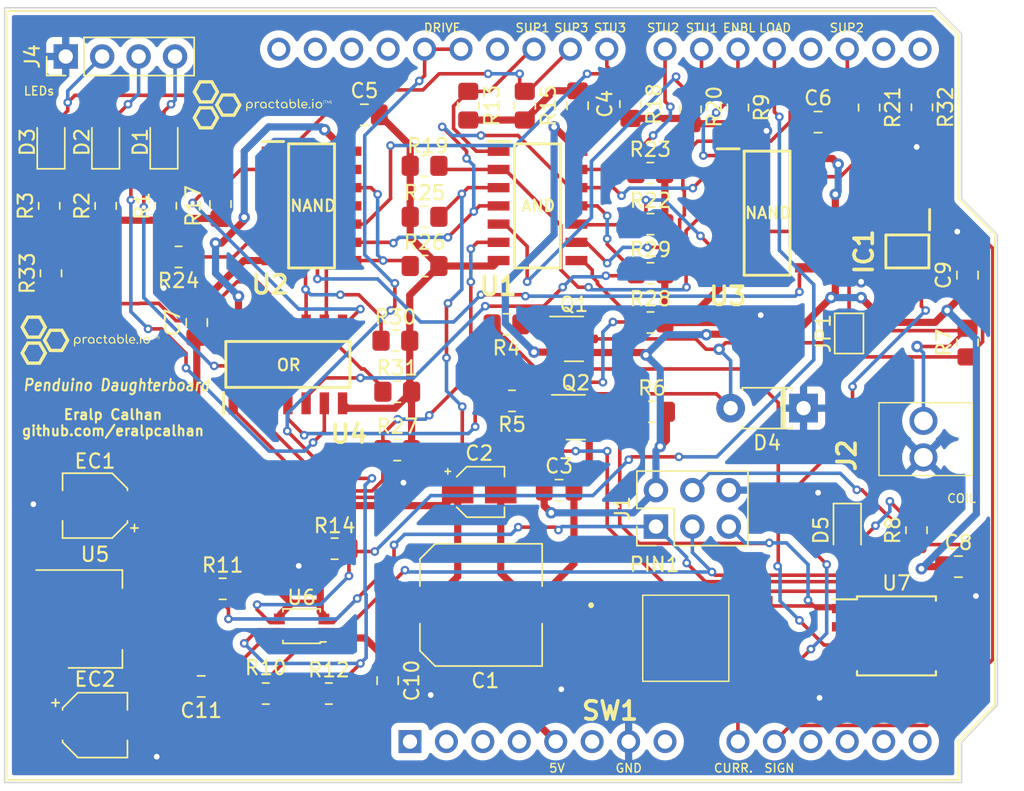
<source format=kicad_pcb>
(kicad_pcb (version 20211014) (generator pcbnew)
  (layers (0 "F.Cu" signal) (31 "B.Cu" signal) (34 "B.Paste" user) (35 "F.Paste" user) (36 "B.SilkS" user "B.Silkscreen") (37 "F.SilkS" user "F.Silkscreen") (38 "B.Mask" user) (39 "F.Mask" user) (44 "Edge.Cuts" user))
  (net 0 "")
  (net 5 "5V")
  (net 7 "GND")
  (net 9 "CURRENT_SENSE_OUT")
  (net 10 "CURRENT_SIGN_OUT")
  (net 17 "SUP_LED_2")
  (net 19 "LOAD_INPUT")
  (net 20 "STUDENT_ENABLE")
  (net 21 "STU_LED_1")
  (net 22 "STU_LED_2")
  (net 23 "STU_LED_3")
  (net 24 "SUP_LED_3")
  (net 25 "SUP_LED_1")
  (net 27 "DRIVE_INPUT")
  (net 32 "Net-(D1-Pad1)")
  (net 33 "Net-(D1-Pad2)")
  (net 34 "Net-(D2-Pad1)")
  (net 35 "Net-(D2-Pad2)")
  (net 36 "Net-(D3-Pad1)")
  (net 37 "Net-(D3-Pad2)")
  (net 38 "Net-(D5-Pad2)")
  (net 39 "Net-(D4-Pad2)")
  (net 40 "Net-(J1-Pad4)")
  (net 41 "Net-(J1-Pad5)")
  (net 42 "Net-(J2-Pad2)")
  (net 43 "Net-(Q1-Pad1)")
  (net 44 "Net-(Q2-Pad1)")
  (net 45 "DRIVE_OUT")
  (net 46 "LOAD_OUT")
  (net 47 "Net-(R17-Pad1)")
  (net 48 "Net-(R19-Pad1)")
  (net 49 "Net-(R22-Pad1)")
  (net 50 "Net-(R24-Pad1)")
  (net 51 "Net-(R25-Pad1)")
  (net 52 "Net-(R26-Pad1)")
  (net 53 "Net-(R27-Pad1)")
  (net 54 "Net-(R28-Pad1)")
  (net 55 "Net-(R29-Pad1)")
  (net 56 "Net-(R30-Pad1)")
  (net 57 "Net-(R31-Pad1)")
  (net 58 "Net-(R32-Pad1)")
  (net 59 "Net-(R33-Pad1)")
  (net 62 "3.3V")
  (net 63 "Net-(IC1-Pad7)")
  (net 64 "Net-(IC1-Pad6)")
  (net 67 "Net-(IC1-Pad3)")
  (net 68 "LOAD")
  (net 69 "DRIVE")
  (footprint "Resistor_SMD:R_0805_2012Metric_Pad1.20x1.40mm_HandSolder" (layer "F.Cu") (at 136.017 69.723 -90)
    (fp_text reference "R13")
    (fp_text value "10k")
  )
  (footprint "000_Graphics_Immo:practactable.io_text_10x4" (layer "F.Cu") (at 121.6 69.7)
    (fp_text reference "G***" hide)
    (fp_text value "LOGO" hide)
  )
  (footprint "Resistor_SMD:R_0805_2012Metric_Pad1.20x1.40mm_HandSolder" (layer "F.Cu") (at 131.064 93.726)
    (fp_text reference "R27")
    (fp_text value "10k")
  )
  (footprint "Capacitor_SMD:CP_Elec_3x5.3" (layer "F.Cu") (at 136.779 96.647)
    (fp_text reference "C2")
    (fp_text value "10u")
  )
  (footprint "Resistor_SMD:R_0805_2012Metric_Pad1.20x1.40mm_HandSolder" (layer "F.Cu") (at 130.937 86.106)
    (fp_text reference "R30")
    (fp_text value "10k")
  )
  (footprint "Package_SO:VSSOP-8_2.4x2.1mm_P0.5mm" (layer "F.Cu") (at 124.4 106 180)
    (fp_text reference "U6")
    (fp_text value "SN74LVC2T45DCUR")
  )
  (footprint "Package_TO_SOT_SMD:SOT-223-3_TabPin2" (layer "F.Cu") (at 110 105.5)
    (fp_text reference "U5")
    (fp_text value "AMS1117-3.3")
  )
  (footprint "Resistor_SMD:R_0805_2012Metric_Pad1.20x1.40mm_HandSolder" (layer "F.Cu") (at 167.64 69.834 -90)
    (fp_text reference "R32")
    (fp_text value "10k")
  )
  (footprint "NetTie:NetTie-2_SMD_Pad0.5mm" (layer "F.Cu") (at 163.83 80.645 -90)
    (fp_text reference "NT3" hide)
    (fp_text value "NetTie_2")
  )
  (footprint "Resistor_SMD:R_0805_2012Metric_Pad1.20x1.40mm_HandSolder" (layer "F.Cu") (at 151.511 69.977 -90)
    (fp_text reference "R20")
    (fp_text value "10k")
  )
  (footprint "Resistor_SMD:R_0805_2012Metric_Pad1.20x1.40mm_HandSolder" (layer "F.Cu") (at 114.935 76.708 90)
    (fp_text reference "R1")
    (fp_text value "330")
  )
  (footprint "Package_SO:SOIC127P600X175-14N" (layer "F.Cu") (at 125.095 76.708)
    (fp_text reference "U2")
    (fp_text value "4011" hide)
  )
  (footprint "Resistor_SMD:R_0805_2012Metric_Pad1.20x1.40mm_HandSolder" (layer "F.Cu") (at 148.701 74.422)
    (fp_text reference "R23")
    (fp_text value "10k")
  )
  (footprint "Resistor_SMD:R_0805_2012Metric_Pad1.20x1.40mm_HandSolder" (layer "F.Cu") (at 110.744 76.708 90)
    (fp_text reference "R2")
    (fp_text value "330")
  )
  (footprint "Resistor_SMD:R_0805_2012Metric_Pad1.20x1.40mm_HandSolder" (layer "F.Cu") (at 170.815 86.233 90)
    (fp_text reference "R7")
    (fp_text value "10R")
  )
  (footprint "Resistor_SMD:R_0805_2012Metric_Pad1.20x1.40mm_HandSolder" (layer "F.Cu") (at 148.717 77.978)
    (fp_text reference "R22")
    (fp_text value "10k")
  )
  (footprint "Package_SO:SOIC-8W_5.3x5.3mm_P1.27mm" (layer "F.Cu") (at 165.862 106.68)
    (fp_text reference "U7")
    (fp_text value "ATtiny85-20S")
  )
  (footprint "LED_SMD:LED_0805_2012Metric_Pad1.15x1.40mm_HandSolder" (layer "F.Cu") (at 106.934 72.263 90)
    (fp_text reference "D3")
    (fp_text value "LED")
  )
  (footprint "Capacitor_SMD:C_0805_2012Metric_Pad1.18x1.45mm_HandSolder" (layer "F.Cu") (at 117.094 84.836 90)
    (fp_text reference "C7")
    (fp_text value "0.1uF")
  )
  (footprint "NetTie:NetTie-2_SMD_Pad0.5mm" (layer "F.Cu") (at 165.354 84.328 -90)
    (fp_text reference "NT2" hide)
    (fp_text value "NetTie_2")
  )
  (footprint "Resistor_SMD:R_0805_2012Metric_Pad1.20x1.40mm_HandSolder" (layer "F.Cu") (at 132.969 73.914 180)
    (fp_text reference "R19")
    (fp_text value "10k")
  )
  (footprint "Capacitor_SMD:C_0805_2012Metric_Pad1.18x1.45mm_HandSolder" (layer "F.Cu") (at 130.4 109.8 -90)
    (fp_text reference "C10")
    (fp_text value "100nF")
  )
  (footprint "Connector_PinHeader_2.54mm:PinHeader_2x03_P2.54mm_Vertical" (layer "F.Cu") (at 149.098 99.06 90)
    (fp_text reference "J1")
    (fp_text value "AVR-ISP-6")
  )
  (footprint "Audio_Module:Infineon Motor Sheild hiddenPins" (layer "F.Cu") (at 112.268 94.361 90)
    (fp_text reference "A1" hide)
    (fp_text value "Infineon Motor Shield MOD" hide)
  )
  (footprint "LED_SMD:LED_0805_2012Metric_Pad1.15x1.40mm_HandSolder" (layer "F.Cu") (at 110.744 72.263 90)
    (fp_text reference "D2")
    (fp_text value "LED")
  )
  (footprint "Package_TO_SOT_SMD:SOT-23" (layer "F.Cu") (at 143.383 85.979)
    (fp_text reference "Q1")
    (fp_text value "BC858W")
  )
  (footprint "Jumper:SolderJumper-2_P1.3mm_Open_Pad1.0x1.5mm" (layer "F.Cu") (at 162.56 85.598 90)
    (fp_text reference "JP1")
    (fp_text value "Shunt Bypass")
  )
  (footprint "Resistor_SMD:R_0805_2012Metric_Pad1.20x1.40mm_HandSolder" (layer "F.Cu") (at 148.717 84.836)
    (fp_text reference "R28")
    (fp_text value "10k")
  )
  (footprint "Resistor_SMD:R_0805_2012Metric_Pad1.20x1.40mm_HandSolder" (layer "F.Cu") (at 106.934 81.407 90)
    (fp_text reference "R33")
    (fp_text value "10k")
  )
  (footprint "Resistor_SMD:R_0805_2012Metric_Pad1.20x1.40mm_HandSolder" (layer "F.Cu") (at 139.065 90.297 180)
    (fp_text reference "R5")
    (fp_text value "2k2")
  )
  (footprint "Resistor_SMD:R_0805_2012Metric_Pad1.20x1.40mm_HandSolder" (layer "F.Cu") (at 131.064 89.662)
    (fp_text reference "R31")
    (fp_text value "10k")
  )
  (footprint "Package_SO:SOIC127P600X175-14N" (layer "F.Cu") (at 140.843 76.708)
    (fp_text reference "U1")
    (fp_text value "4081" hide)
  )
  (footprint "Connector_Molex:RSPROPenduinoTerminal" (layer "F.Cu") (at 167.744 94.234 90)
    (fp_text reference "J2")
    (fp_text value "Coil" hide)
  )
  (footprint "LED_SMD:LED_0805_2012Metric_Pad1.15x1.40mm_HandSolder" (layer "F.Cu") (at 162.433 99.314 -90)
    (fp_text reference "D5")
    (fp_text value "LED")
  )
  (footprint "Resistor_SMD:R_0805_2012Metric_Pad1.20x1.40mm_HandSolder" (layer "F.Cu") (at 115.824 80.264 180)
    (fp_text reference "R24")
    (fp_text value "10k")
  )
  (footprint "Resistor_SMD:R_0805_2012Metric_Pad1.20x1.40mm_HandSolder" (layer "F.Cu") (at 126.7 100.6 180)
    (fp_text reference "R14")
    (fp_text value "10K")
  )
  (footprint "Resistor_SMD:R_0805_2012Metric_Pad1.20x1.40mm_HandSolder" (layer "F.Cu") (at 148.828 91.059)
    (fp_text reference "R6")
    (fp_text value "100k")
  )
  (footprint "Resistor_SMD:R_0805_2012Metric_Pad1.20x1.40mm_HandSolder" (layer "F.Cu") (at 148.717 81.407)
    (fp_text reference "R29")
    (fp_text value "10k")
  )
  (footprint "Resistor_SMD:R_0805_2012Metric_Pad1.20x1.40mm_HandSolder" (layer "F.Cu") (at 132.969 77.47 180)
    (fp_text reference "R25")
    (fp_text value "10k")
  )
  (footprint "Capacitor_SMD:C_0805_2012Metric_Pad1.18x1.45mm_HandSolder" (layer "F.Cu") (at 117.4 110.2 180)
    (fp_text reference "C11")
    (fp_text value "100nF")
  )
  (footprint "Capacitor_SMD:C_0805_2012Metric_Pad1.18x1.45mm_HandSolder" (layer "F.Cu") (at 128.778 70.358)
    (fp_text reference "C5")
    (fp_text value "0.1uF")
  )
  (footprint "Resistor_SMD:R_0805_2012Metric_Pad1.20x1.40mm_HandSolder" (layer "F.Cu") (at 163.957 69.85 -90)
    (fp_text reference "R21")
    (fp_text value "10k")
  )
  (footprint "Resistor_SMD:R_0805_2012Metric_Pad1.20x1.40mm_HandSolder" (layer "F.Cu") (at 118.745 76.581 -90)
    (fp_text reference "R17")
    (fp_text value "10k")
  )
  (footprint "Resistor_SMD:R_0805_2012Metric_Pad1.20x1.40mm_HandSolder" (layer "F.Cu") (at 106.807 76.708 90)
    (fp_text reference "R3")
    (fp_text value "680")
  )
  (footprint "Resistor_SMD:R_0805_2012Metric_Pad1.20x1.40mm_HandSolder" (layer "F.Cu") (at 154.813 69.85 -90)
    (fp_text reference "R9")
    (fp_text value "10k")
  )
  (footprint "LED_SMD:LED_0805_2012Metric_Pad1.15x1.40mm_HandSolder" (layer "F.Cu") (at 114.808 72.263 90)
    (fp_text reference "D1")
    (fp_text value "LED")
  )
  (footprint "Capacitor_SMD:C_0805_2012Metric_Pad1.18x1.45mm_HandSolder" (layer "F.Cu") (at 160.401 70.866)
    (fp_text reference "C6")
    (fp_text value "0.1uF")
  )
  (footprint "Capacitor_SMD:C_0805_2012Metric_Pad1.18x1.45mm_HandSolder" (layer "F.Cu") (at 170.18 101.854)
    (fp_text reference "C8")
    (fp_text value "100nF")
  )
  (footprint "Resistor_SMD:R_0805_2012Metric_Pad1.20x1.40mm_HandSolder" (layer "F.Cu") (at 138.684 84.963 180)
    (fp_text reference "R4")
    (fp_text value "2k2")
  )
  (footprint "Capacitor_SMD:C_0805_2012Metric_Pad1.18x1.45mm_HandSolder" (layer "F.Cu") (at 142.3455 96.52)
    (fp_text reference "C3")
    (fp_text value "0.1u")
  )
  (footprint "Capacitor_SMD:C_0805_2012Metric_Pad1.18x1.45mm_HandSolder" (layer "F.Cu") (at 170.815 81.534 90)
    (fp_text reference "C9")
    (fp_text value "0.1uF")
  )
  (footprint "Diode_THT:D_T-1_P5.08mm_Horizontal" (layer "F.Cu") (at 159.385 90.805 180)
    (fp_text reference "D4")
    (fp_text value "1N4002")
  )
  (footprint "Connector_PinHeader_2.54mm:PinHeader_1x04_P2.54mm_Vertical" (layer "F.Cu") (at 107.96 66.294 90)
    (fp_text reference "J4")
    (fp_text value "Conn_01x04" hide)
  )
  (footprint "Package_TO_SOT_SMD:SOT-23" (layer "F.Cu") (at 143.51 91.44)
    (fp_text reference "Q2")
    (fp_text value "BD911")
  )
  (footprint "Resistor_SMD:R_0805_2012Metric_Pad1.20x1.40mm_HandSolder" (layer "F.Cu") (at 139.954 69.723 -90)
    (fp_text reference "R15")
    (fp_text value "10k")
  )
  (footprint "Resistor_SMD:R_0805_2012Metric_Pad1.20x1.40mm_HandSolder" (layer "F.Cu") (at 126.3 110.7)
    (fp_text reference "R12")
    (fp_text value "10K")
  )
  (footprint "Capacitor_SMD:CP_Elec_4x5.4" (layer "F.Cu") (at 110 112.9)
    (fp_text reference "EC2")
    (fp_text value "10u")
  )
  (footprint "Package_SO:SOIC127P600X175-14N" (layer "F.Cu") (at 123.444 87.757 90)
    (fp_text reference "U4")
    (fp_text value "4071" hide)
  )
  (footprint "000_Graphics_Immo:practactable.io_text_10x4" (layer "F.Cu") (at 109.6 86.1)
    (fp_text reference "G***" hide)
    (fp_text value "LOGO" hide)
  )
  (footprint "NetTie:NetTie-2_SMD_Pad0.5mm" (layer "F.Cu") (at 166.243 74.93 -90)
    (fp_text reference "NT1" hide)
    (fp_text value "NetTie_2")
  )
  (footprint "Resistor_SMD:R_0805_2012Metric_Pad1.20x1.40mm_HandSolder" (layer "F.Cu") (at 118.9 103.4)
    (fp_text reference "R11")
    (fp_text value "10K")
  )
  (footprint "Sensor_Current:SOP65P490X110-8N" (layer "F.Cu") (at 166.624 79.883 -90)
    (fp_text reference "IC1")
    (fp_text value "MAX9928FAUA+" hide)
  )
  (footprint "Package_SO:SOIC127P600X175-14N" (layer "F.Cu") (at 156.845 77.216)
    (fp_text reference "U3")
    (fp_text value "4011" hide)
  )
  (footprint "Capacitor_SMD:CP_Elec_4x5.4" (layer "F.Cu") (at 110 97.6 180)
    (fp_text reference "EC1")
    (fp_text value "10u")
  )
  (footprint "Capacitor_SMD:C_Elec_8x10.2" (layer "F.Cu") (at 136.906 104.521)
    (fp_text reference "C1")
    (fp_text value "470u")
  )
  (footprint "Button_Switch_SMD:13019319" (layer "F.Cu") (at 150.327 106.843)
    (fp_text reference "SW1")
    (fp_text value "SW_Push" hide)
  )
  (footprint "Resistor_SMD:R_0805_2012Metric_Pad1.20x1.40mm_HandSolder" (layer "F.Cu") (at 167.259 99.314 90)
    (fp_text reference "R8")
    (fp_text value "680")
  )
  (footprint "Capacitor_SMD:C_0805_2012Metric_Pad1.18x1.45mm_HandSolder" (layer "F.Cu") (at 143.637 69.723 90)
    (fp_text reference "C4")
    (fp_text value "0.1uF")
  )
  (footprint "Resistor_SMD:R_0805_2012Metric_Pad1.20x1.40mm_HandSolder" (layer "F.Cu") (at 121.9 110.7 180)
    (fp_text reference "R10")
    (fp_text value "10K")
  )
  (footprint "Resistor_SMD:R_0805_2012Metric_Pad1.20x1.40mm_HandSolder" (layer "F.Cu") (at 147.32 69.612 -90)
    (fp_text reference "R18")
    (fp_text value "10k")
  )
  (footprint "Resistor_SMD:R_0805_2012Metric_Pad1.20x1.40mm_HandSolder" (layer "F.Cu") (at 132.969 80.899)
    (fp_text reference "R26")
    (fp_text value "10k")
  )
  (gr_line (start 172.9 111.5) (end 172.9 78.7) (layer "Edge.Cuts") (width 0.1))
  (gr_line (start 168.6 62.9) (end 103.7 62.9) (layer "Edge.Cuts") (width 0.1))
  (gr_line (start 103.7 62.9) (end 103.7 116.9) (layer "Edge.Cuts") (width 0.1))
  (gr_line (start 170.4 64.7) (end 168.6 62.9) (layer "Edge.Cuts") (width 0.1))
  (gr_line (start 170.4 114.1) (end 172.9 111.5) (layer "Edge.Cuts") (width 0.1))
  (gr_line (start 170.4 76.2) (end 170.4 64.7) (layer "Edge.Cuts") (width 0.1))
  (gr_line (start 103.7 116.9) (end 170.4 116.9) (layer "Edge.Cuts") (width 0.1))
  (gr_line (start 172.9 78.7) (end 170.4 76.2) (layer "Edge.Cuts") (width 0.1))
  (gr_line (start 170.4 116.9) (end 170.4 114.1) (layer "Edge.Cuts") (width 0.1))
  (gr_text "STU3" (at 145.9 64.3) (layer "F.SilkS") (effects (font (size 0.6 0.6) (thickness 0.1))))
  (gr_text "NAND" (at 156.9 77.2) (layer "F.SilkS") (effects (font (size 0.8 0.8))))
  (gr_text "LEDs" (at 106.1 68.7) (layer "F.SilkS") (effects (font (size 0.6 0.6) (thickness 0.1))))
  (gr_text "PIN1" (at 149 101.7) (layer "F.SilkS") (effects (font (size 1 1))))
  (gr_text "CURR." (at 154.5 115.9) (layer "F.SilkS") (effects (font (size 0.6 0.6) (thickness 0.1))))
  (gr_text "5V" (at 142.2 115.9) (layer "F.SilkS") (effects (font (size 0.6 0.6) (thickness 0.1))))
  (gr_text "AND" (at 140.9 76.7) (layer "F.SilkS") (effects (font (size 0.8 0.8))))
  (gr_text "SUP1" (at 140.5 64.3) (layer "F.SilkS") (effects (font (size 0.6 0.6) (thickness 0.1))))
  (gr_text "SUP3" (at 143.2 64.3) (layer "F.SilkS") (effects (font (size 0.6 0.6) (thickness 0.1))))
  (gr_text "STU2\n" (at 149.6 64.3) (layer "F.SilkS") (effects (font (size 0.6 0.6) (thickness 0.1))))
  (gr_text "SUP2\n" (at 162.4 64.3) (layer "F.SilkS") (effects (font (size 0.6 0.6) (thickness 0.1))))
  (gr_text "GND" (at 147.2 115.9) (layer "F.SilkS") (effects (font (size 0.6 0.6) (thickness 0.1))))
  (gr_text "ENBL" (at 154.9 64.3) (layer "F.SilkS") (effects (font (size 0.6 0.6) (thickness 0.1))))
  (gr_text "DRIVE" (at 134.2 64.3) (layer "F.SilkS") (effects (font (size 0.6 0.6) (thickness 0.1))))
  (gr_text "Penduino Daughterboard" (at 111.5 89.2) (layer "F.SilkS") (effects (font (size 0.8 0.7) (thickness 0.14) italic)))
  (gr_text "COIL" (at 170.4 97.1) (layer "F.SilkS") (effects (font (size 0.6 0.6) (thickness 0.1))))
  (gr_text "SIGN" (at 157.7 115.9) (layer "F.SilkS") (effects (font (size 0.6 0.6) (thickness 0.1))))
  (gr_text "STU1\n\n" (at 152.3 64.8) (layer "F.SilkS") (effects (font (size 0.6 0.6) (thickness 0.1))))
  (gr_text "OR" (at 123.5 87.8) (layer "F.SilkS") (effects (font (size 0.8 0.8))))
  (gr_text "NAND" (at 125.2 76.7) (layer "F.SilkS") (effects (font (size 0.8 0.8))))
  (gr_text "Eralp Calhan\ngithub.com/eralpcalhan\n" (at 111.252 91.821) (layer "F.SilkS") (effects (font (size 0.7 0.7))))
  (gr_text "LOAD" (at 157.4 64.3) (layer "F.SilkS") (effects (font (size 0.6 0.6) (thickness 0.1))))
  (segment (start 117.094 85.8735) (end 117.094 92.306) (width 0.5) (layer "F.Cu") (net 5))
  (segment (start 159.3635 70.866) (end 159.3635 73.2125) (width 0.5) (layer "F.Cu") (net 5))
  (segment (start 118.8055 85.8735) (end 119.634 85.045) (width 0.5) (layer "F.Cu") (net 5))
  (segment (start 141.308 97.608) (end 141.8 98.1) (width 0.5) (layer "F.Cu") (net 5))
  (segment (start 141.308 96.52) (end 141.308 97.608) (width 0.5) (layer "F.Cu") (net 5))
  (segment (start 149.828 93.04504) (end 149.39754 93.4755) (width 0.5) (layer "F.Cu") (net 5))
  (segment (start 161.406 73.406) (end 161.8 73.8) (width 0.5) (layer "F.Cu") (net 5))
  (segment (start 152.642604 85.650379) (end 152.607483 85.6855) (width 0.5) (layer "F.Cu") (net 5))
  (segment (start 133.306 104.521) (end 133.306 105.8565) (width 0.5) (layer "F.Cu") (net 5))
  (segment (start 127.7405 70.358) (end 127.7405 72.8315) (width 0.5) (layer "F.Cu") (net 5))
  (segment (start 134.326 97.6) (end 135.279 96.647) (width 0.5) (layer "F.Cu") (net 5))
  (segment (start 120 83) (end 120 84.679) (width 0.5) (layer "F.Cu") (net 5))
  (segment (start 170.815 82.5715) (end 169.39325 83.99325) (width 0.5) (layer "F.Cu") (net 5))
  (segment (start 120.4 77.71527) (end 118.81527 79.3) (width 0.5) (layer "F.Cu") (net 5))
  (segment (start 149.828 91.059) (end 149.828 93.04504) (width 0.5) (layer "F.Cu") (net 5))
  (segment (start 120 84.679) (end 119.634 85.045) (width 0.5) (layer "F.Cu") (net 5))
  (segment (start 140.6 86.9) (end 142.4165 86.9) (width 0.5) (layer "F.Cu") (net 5))
  (segment (start 143.637 70.7605) (end 143.637 72.816) (width 0.5) (layer "F.Cu") (net 5))
  (segment (start 168.5585 84.828) (end 165.354 84.828) (width 0.5) (layer "F.Cu") (net 5))
  (segment (start 165.354 84.828) (end 165.128 84.828) (width 0.5) (layer "F.Cu") (net 5))
  (segment (start 143.637 72.816) (end 143.555 72.898) (width 0.5) (layer "F.Cu") (net 5))
  (segment (start 127.498 72.898) (end 126 71.4) (width 0.5) (layer "F.Cu") (net 5))
  (segment (start 111.8 97.6) (end 134.326 97.6) (width 0.5) (layer "F.Cu") (net 5))
  (segment (start 169.512 102.2235) (end 169.1425 101.854) (width 0.5) (layer "F.Cu") (net 5))
  (segment (start 133.306 105.8565) (end 130.4 108.7625) (width 0.5) (layer "F.Cu") (net 5))
  (segment (start 118.81527 79.3) (end 118.4 79.3) (width 0.5) (layer "F.Cu") (net 5))
  (segment (start 136.528511 95.397489) (end 135.279 96.647) (width 0.5) (layer "F.Cu") (net 5))
  (segment (start 117.094 92.306) (end 111.8 97.6) (width 0.5) (layer "F.Cu") (net 5))
  (segment (start 159.557 73.406) (end 161.406 73.406) (width 0.5) (layer "F.Cu") (net 5))
  (segment (start 169.39325 83.99325) (end 168.5585 84.828) (width 0.5) (layer "F.Cu") (net 5))
  (segment (start 143.555 72.755) (end 142 71.2) (width 0.5) (layer "F.Cu") (net 5))
  (segment (start 135.279 96.647) (end 135.279 102.548) (width 0.5) (layer "F.Cu") (net 5))
  (segment (start 130.4 108.7625) (end 130.4 108.4) (width 0.5) (layer "F.Cu") (net 5))
  (segment (start 161.3 83.1) (end 158.749621 85.650379) (width 0.5) (layer "F.Cu") (net 5))
  (segment (start 128.824511 106.824511) (end 126.024511 106.824511) (width 0.5) (layer "F.Cu") (net 5))
  (segment (start 130.4 108.4) (end 128.824511 106.824511) (width 0.5) (layer "F.Cu") (net 5))
  (segment (start 142.4455 86.929) (end 148.229 86.929) (width 0.5) (layer "F.Cu") (net 5))
  (segment (start 167.746 101.854) (end 167.6 102) (width 0.5) (layer "F.Cu") (net 5))
  (segment (start 158.749621 85.650379) (end 152.642604 85.650379) (width 0.5) (layer "F.Cu") (net 5))
  (segment (start 135.279 102.548) (end 133.306 104.521) (width 0.5) (layer "F.Cu") (net 5))
  (segment (start 169.512 104.775) (end 169.512 102.2235) (width 0.5) (layer "F.Cu") (net 5))
  (segment (start 169.1425 101.854) (end 167.746 101.854) (width 0.5) (layer "F.Cu") (net 5))
  (segment (start 111.8 102.6) (end 111.8 97.6) (width 0.5) (layer "F.Cu") (net 5))
  (segment (start 111.8 103.1) (end 111.8 102.6) (width 0.5) (layer "F.Cu") (net 5))
  (segment (start 107.1 107.8) (end 111.8 103.1) (width 0.5) (layer "F.Cu") (net 5))
  (segment (start 165.128 84.828) (end 163.4 83.1) (width 0.5) (layer "F.Cu") (net 5))
  (segment (start 161.6 75.9) (end 161.6 82.8) (width 0.5) (layer "F.Cu") (net 5))
  (segment (start 148.229 86.929) (end 148.4 87.1) (width 0.5) (layer "F.Cu") (net 5))
  (segment (start 159.3635 73.2125) (end 159.557 73.406) (width 0.5) (layer "F.Cu") (net 5))
  (segment (start 117.094 85.8735) (end 118.8055 85.8735) (width 0.5) (layer "F.Cu") (net 5))
  (segment (start 141.308 96.52) (end 140.185489 95.397489) (width 0.5) (layer "F.Cu") (net 5))
  (segment (start 140.185489 95.397489) (end 136.528511 95.397489) (width 0.5) (layer "F.Cu") (net 5))
  (segment (start 161.6 82.8) (end 161.3 83.1) (width 0.5) (layer "F.Cu") (net 5))
  (segment (start 142.113 114.046) (end 133.306 105.239) (width 0.5) (layer "F.Cu") (net 5))
  (segment (start 143.555 72.898) (end 143.555 72.755) (width 0.5) (layer "F.Cu") (net 5))
  (segment (start 120.4 77.5) (end 120.4 77.71527) (width 0.5) (layer "F.Cu") (net 5))
  (via (at 163.4 83.1) (size 0.8) (drill 0.4) (layers "F.Cu" "B.Cu") (net 5))
  (via (at 148.4 87.1) (size 0.8) (drill 0.4) (layers "F.Cu" "B.Cu") (net 5))
  (via (at 169.39325 83.99325) (size 0.8) (drill 0.4) (layers "F.Cu" "B.Cu") (net 5))
  (via (at 149.39754 93.4755) (size 0.8) (drill 0.4) (layers "F.Cu" "B.Cu") (net 5))
  (via (at 161.3 83.1) (size 0.8) (drill 0.4) (layers "F.Cu" "B.Cu") (net 5))
  (via (at 126 71.4) (size 0.8) (drill 0.4) (layers "F.Cu" "B.Cu") (net 5))
  (via (at 161.6 75.9) (size 0.8) (drill 0.4) (layers "F.Cu" "B.Cu") (net 5))
  (via (at 140.6 86.9) (size 0.8) (drill 0.4) (layers "F.Cu" "B.Cu") (net 5))
  (via (at 161.8 73.8) (size 0.8) (drill 0.4) (layers "F.Cu" "B.Cu") (net 5))
  (via (at 118.4 79.3) (size 0.8) (drill 0.4) (layers "F.Cu" "B.Cu") (net 5))
  (via (at 120 83) (size 0.8) (drill 0.4) (layers "F.Cu" "B.Cu") (net 5))
  (via (at 141.8 98.1) (size 0.8) (drill 0.4) (layers "F.Cu" "B.Cu") (net 5))
  (via (at 120.4 77.5) (size 0.8) (drill 0.4) (layers "F.Cu" "B.Cu") (net 5))
  (via (at 142 71.2) (size 0.8) (drill 0.4) (layers "F.Cu" "B.Cu") (net 5))
  (via (at 167.6 102) (size 0.8) (drill 0.4) (layers "F.Cu" "B.Cu") (net 5))
  (via (at 152.607483 85.6855) (size 0.8) (drill 0.4) (layers "F.Cu" "B.Cu") (net 5))
  (segment (start 120.4 72.9) (end 120.4 77.5) (width 0.5) (layer "B.Cu") (net 5))
  (segment (start 149.4 93.47304) (end 149.39754 93.4755) (width 0.5) (layer "B.Cu") (net 5))
  (segment (start 149.4 88.1) (end 149.4 93.47304) (width 0.5) (layer "B.Cu") (net 5))
  (segment (start 122.1 71.2) (end 120.4 72.9) (width 0.5) (layer "B.Cu") (net 5))
  (segment (start 171.433521 86.033521) (end 169.39325 83.99325) (width 0.5) (layer "B.Cu") (net 5))
  (segment (start 118.4 79.3) (end 118.4 81.4) (width 0.5) (layer "B.Cu") (net 5))
  (segment (start 142 71.2) (end 142 78.7) (width 0.5) (layer "B.Cu") (net 5))
  (segment (start 149.8145 85.6855) (end 152.607483 85.6855) (width 0.5) (layer "B.Cu") (net 5))
  (segment (start 149.098 96.52) (end 149.098 93.77504) (width 0.5) (layer "B.Cu") (net 5))
  (segment (start 148.4 87.1) (end 149.8145 85.6855) (width 0.5) (layer "B.Cu") (net 5))
  (segment (start 126 71.4) (end 125.8 71.2) (width 0.5) (layer "B.Cu") (net 5))
  (segment (start 142 78.7) (end 138.6 82.1) (width 0.5) (layer "B.Cu") (net 5))
  (segment (start 138.6 82.1) (end 138.6 84.9) (width 0.5) (layer "B.Cu") (net 5))
  (segment (start 163.4 83.1) (end 161.3 83.1) (width 0.5) (layer "B.Cu") (net 5))
  (segment (start 141.8 98.1) (end 147.518 98.1) (width 0.5) (layer "B.Cu") (net 5))
  (segment (start 167.6 102) (end 171.433521 98.166479) (width 0.5) (layer "B.Cu") (net 5))
  (segment (start 125.8 71.2) (end 122.1 71.2) (width 0.5) (layer "B.Cu") (net 5))
  (segment (start 161.8 73.8) (end 161.8 75.7) (width 0.5) (layer "B.Cu") (net 5))
  (segment (start 138.6 84.9) (end 140.6 86.9) (width 0.5) (layer "B.Cu") (net 5))
  (segment (start 118.4 81.4) (end 120 83) (width 0.5) (layer "B.Cu") (net 5))
  (segment (start 149.098 93.77504) (end 149.39754 93.4755) (width 0.5) (layer "B.Cu") (net 5))
  (segment (start 148.4 87.1) (end 149.4 88.1) (width 0.5) (layer "B.Cu") (net 5))
  (segment (start 161.8 75.7) (end 161.6 75.9) (width 0.5) (layer "B.Cu") (net 5))
  (segment (start 171.433521 98.166479) (end 171.433521 86.033521) (width 0.5) (layer "B.Cu") (net 5))
  (segment (start 147.518 98.1) (end 149.098 96.52) (width 0.5) (layer "B.Cu") (net 5))
  (segment (start 151.511 70.977) (end 154.686 70.977) (width 0.5) (layer "F.Cu") (net 7))
  (segment (start 126.44952 111.84952) (end 125.3 110.7) (width 0.5) (layer "F.Cu") (net 7))
  (segment (start 125.7 100.6) (end 124.5 101.8) (width 0.5) (layer "F.Cu") (net 7))
  (segment (start 133.969 80.899) (end 137.75 80.899) (width 0.5) (layer "F.Cu") (net 7))
  (segment (start 131.969 73.914) (end 131.969 77.47) (width 0.5) (layer "F.Cu") (net 7))
  (segment (start 108.2 97.6) (end 106.85 98.95) (width 0.5) (layer "F.Cu") (net 7))
  (segment (start 125.3 110.7) (end 122.9 110.7) (width 0.5) (layer "F.Cu") (net 7))
  (segment (start 106.807 77.708) (end 106.807 80.28) (width 0.5) (layer "F.Cu") (net 7))
  (segment (start 138.279 96.647) (end 138.279 102.294) (width 0.5) (layer "F.Cu") (net 7))
  (segment (start 170.815 80.4965) (end 170.815 79.215) (width 0.5) (layer "F.Cu") (net 7))
  (segment (start 127.254 90.469) (end 127.59652 90.81152) (width 0.5) (layer "F.Cu") (net 7))
  (segment (start 105.8 97.6) (end 105.7 97.5) (width 0.5) (layer "F.Cu") (net 7))
  (segment (start 146.177 109.093) (end 143.807 109.093) (width 0.5) (layer "F.Cu") (net 7))
  (segment (start 112.1 112.9) (end 114.3 115.1) (width 0.5) (layer "F.Cu") (net 7))
  (segment (start 131.969 72.5115) (end 129.8155 70.358) (width 0.5) (layer "F.Cu") (net 7))
  (segment (start 163.83 81.57) (end 163.4 82) (width 0.5) (layer "F.Cu") (net 7))
  (segment (start 132.064 93.726) (end 132.064 95.436) (width 0.5) (layer "F.Cu") (net 7))
  (segment (start 149.717 84.836) (end 149.717 81.407) (width 0.5) (layer "F.Cu") (net 7))
  (segment (start 132.064 90.364) (end 132.064 93.726) (width 0.5) (layer "F.Cu") (net 7))
  (segment (start 110.744 77.708) (end 114.935 77.708) (width 0.5) (layer "F.Cu") (net 7))
  (segment (start 149.701 72.787) (end 151.511 70.977) (width 0.5) (layer "F.Cu") (net 7))
  (segment (start 129.38798 111.84952) (end 126.44952 111.84952) (width 0.5) (layer "F.Cu") (net 7))
  (segment (start 146.177 104.593) (end 146.177 109.093) (width 0.5) (layer "F.Cu") (net 7))
  (segment (start 118.745 77.581) (end 115.062 77.581) (width 0.5) (layer "F.Cu") (net 7))
  (segment (start 130.4 110.8375) (end 133.3625 110.8375) (width 0.5) (layer "F.Cu") (net 7))
  (segment (start 161.989 98.289) (end 160.4 96.7) (width 0.5) (layer "F.Cu") (net 7))
  (segment (start 117.094 83.7985) (end 115.729423 82.433923) (width 0.5) (layer "F.Cu") (net 7))
  (segment (start 171.2175 101.854) (end 171.2175 103.7175) (width 0.5) (layer "F.Cu") (net 7))
  (segment (start 154.813 70.85) (end 156.1745 70.85) (width 0.5) (layer "F.Cu") (net 7))
  (segment (start 122.383 80.518) (end 120.3745 80.518) (width 0.5) (layer "F.Cu") (net 7))
  (segment (start 156.1745 70.85) (end 156.799951 71.475451) (width 0.5) (layer "F.Cu") (net 7))
  (segment (start 154.133 81.851) (end 151.148 84.836) (width 0.5) (layer "F.Cu") (net 7))
  (segment (start 132.064 95.436) (end 131.5 96) (width 0.5) (layer "F.Cu") (net 7))
  (segment (start 144.4475 91.44) (end 144.4475 95.4555) (width 0.5) (layer "F.Cu") (net 7))
  (segment (start 143.637 68.6855) (end 141.9915 68.6855) (width 0.5) (layer "F.Cu") (net 7))
  (segment (start 130.4 110.8375) (end 129.38798 111.84952) (width 0.5) (layer "F.Cu") (net 7))
  (segment (start 137.75 80.899) (end 138.131 80.518) (width 0.5) (layer "F.Cu") (net 7))
  (segment (start 167.64 70.834) (end 167.64 72.229637) (width 0.5) (layer "F.Cu") (net 7))
  (segment (start 144.4475 95.4555) (end 143.383 96.52) (width 0.5) (layer "F.Cu") (net 7))
  (segment (start 140.578 104.593) (end 146.177 104.593) (width 0.5) (layer "F.Cu") (net 7))
  (segment (start 110.744 77.708) (end 106.807 77.708) (width 0.5) (layer "F.Cu") (net 7))
  (segment (start 145.3935 68.6855) (end 147.32 70.612) (width 0.5) (layer "F.Cu") (net 7))
  (segment (start 162.212 109.288) (end 160.5 111) (width 0.5) (layer "F.Cu") (net 7))
  (segment (start 167.64 70.834) (end 163.973 70.834) (width 0.5) (layer "F.Cu") (net 7))
  (segment (start 149.717 77.978) (end 149.717 74.438) (width 0.5) (layer "F.Cu") (net 7))
  (segment (start 149.701 74.422) (end 149.701 72.787) (width 0.5) (layer "F.Cu") (net 7))
  (segment (start 167.64 72.229637) (end 167.269637 72.6) (width 0.5) (layer "F.Cu") (net 7))
  (segment (start 149.717 84.836) (end 155.8885 84.836) (width 0.5) (layer "F.Cu") (net 7))
  (segment (start 171.2175 103.7175) (end 171.4 103.9) (width 0.5) (layer "F.Cu") (net 7))
  (segment (start 115.729423 82.433923) (end 114.790166 82.433923) (width 0.5) (layer "F.Cu") (net 7))
  (segment (start 143.807 109.093) (end 142.5 110.4) (width 0.5) (layer "F.Cu") (net 7))
  (segment (start 114.935 77.708) (end 114.935 80.153) (width 0.5) (layer "F.Cu") (net 7))
  (segment (start 143.383 101.644) (end 140.506 104.521) (width 0.5) (layer "F.Cu") (net 7))
  (segment (start 131.969 77.47) (end 131.969 78.899) (width 0.5) (layer "F.Cu") (net 7))
  (segment (start 131.937 86.106) (end 131.937 82.931) (width 0.5) (layer "F.Cu") (net 7))
  (segment (start 116.3625 110.2) (end 114.5 110.2) (width 0.5) (layer "F.Cu") (net 7))
  (segment (start 125.7 100.6) (end 125.7 104.4) (width 0.5) (layer "F.Cu") (net 7))
  (segment (start 114.824 80.264) (end 114.824 81.5285) (width 0.5) (layer "F.Cu") (net 7))
  (segment (start 147.32 70.612) (end 151.146 70.612) (width 0.5) (layer "F.Cu") (net 7))
  (segment (start 151.146 70.612) (end 151.511 70.977) (width 0.5) (layer "F.Cu") (net 7))
  (segment (start 161.4385 70.866) (end 163.941 70.866) (width 0.5) (layer "F.Cu") (net 7))
  (segment (start 114.824 81.5285) (end 117.094 83.7985) (width 0.5) (layer "F.Cu") (net 7))
  (segment (start 139.954 70.723) (end 136.017 70.723) (width 0.5) (layer "F.Cu") (net 7))
  (segment (start 108.2 97.6) (end 105.8 97.6) (width 0.5) (layer "F.Cu") (net 7))
  (segment (start 127.59652 90.81152) (end 130.91448 90.81152) (width 0.5) (layer "F.Cu") (net 7))
  (segment (start 132.064 89.662) (end 132.064 90.364) (width 0.5) (layer "F.Cu") (net 7))
  (segment (start 151.148 84.836) (end 149.717 84.836) (width 0.5) (layer "F.Cu") (net 7))
  (segment (start 154.133 81.026) (end 154.133 81.851) (width 0.5) (layer "F.Cu") (net 7))
  (segment (start 125.7 105) (end 125.87548 105.17548) (width 0.5) (layer "F.Cu") (net 7))
  (segment (start 143.637 68.6855) (end 145.3935 68.6855) (width 0.5) (layer "F.Cu") (net 7))
  (segment (start 114.5 110.2) (end 111.8 112.9) (width 0.5) (layer "F.Cu") (net 7))
  (segment (start 131.937 90.237) (end 132.064 90.364) (width 0.5) (layer "F.Cu") (net 7))
  (segment (start 170.815 79.215) (end 170.1 78.5) (width 0.5) (layer "F.Cu") (net 7))
  (segment (start 131.937 86.106) (end 131.937 90.237) (width 0.5) (layer "F.Cu") (net 7))
  (segment (start 155.8885 84.836) (end 156.4 84.3245) (width 0.5) (layer "F.Cu") (net 7))
  (segment (start 133.3625 110.8375) (end 133.4 110.8) (width 0.5) (layer "F.Cu") (net 7))
  (segment (start 123.7 104.4) (end 122.924511 105.175489) (width 0.5) (layer "F.Cu") (net 7))
  (segment (start 119.9 103.4) (end 122.7 103.4) (width 0.5) (layer "F.Cu") (net 7))
  (segment (start 130.91448 90.81152) (end 132.064 89.662) (width 0.5) (layer "F.Cu") (net 7))
  (segment (start 131.937 82.931) (end 133.969 80.899) (width 0.5) (layer "F.Cu") (net 7))
  (segment (start 122.7 103.4) (end 123.7 104.4) (width 0.5) (layer "F.Cu") (net 7))
  (segment (start 141.9915 68.6855) (end 139.954 70.723) (width 0.5) (layer "F.Cu") (net 7))
  (segment (start 162.212 108.585) (end 162.212 109.288) (width 0.5) (layer "F.Cu") (net 7))
  (segment (start 106.85 98.95) (end 106.85 103.2) (width 0.5) (layer "F.Cu") (net 7))
  (segment (start 163.83 81.145) (end 163.83 81.57) (width 0.5) (layer "F.Cu") (net 7))
  (segment (start 143.383 96.52) (end 143.383 101.644) (width 0.5) (layer "F.Cu") (net 7))
  (segment (start 125.7 104.4) (end 123.7 104.4) (width 0.5) (layer "F.Cu") (net 7))
  (segment (start 138.279 102.294) (end 140.506 104.521) (width 0.5) (layer "F.Cu") (net 7))
  (segment (start 131.969 78.899) (end 133.969 80.899) (width 0.5) (layer "F.Cu") (net 7))
  (segment (start 131.969 73.914) (end 131.969 72.5115) (width 0.5) (layer "F.Cu") (net 7))
  (segment (start 120.3745 80.518) (end 117.094 83.7985) (width 0.5) (layer "F.Cu") (net 7))
  (segment (start 125.7 104.4) (end 125.7 105) (width 0.5) (layer "F.Cu") (net 7))
  (segment (start 124.5 101.8) (end 124.2 101.8) (width 0.5) (layer "F.Cu") (net 7))
  (via (at 131.5 96) (size 0.8) (drill 0.4) (layers "F.Cu" "B.Cu") (net 7))
  (via (at 163.4 82) (size 0.8) (drill 0.4) (layers "F.Cu" "B.Cu") (net 7))
  (via (at 105.7 97.5) (size 0.8) (drill 0.4) (layers "F.Cu" "B.Cu") (net 7))
  (via (at 156.4 84.3245) (size 0.8) (drill 0.4) (layers "F.Cu" "B.Cu") (net 7))
  (via (at 156.799951 71.475451) (size 0.8) (drill 0.4) (layers "F.Cu" "B.Cu") (net 7))
  (via (at 170.1 78.5) (size 0.8) (drill 0.4) (layers "F.Cu" "B.Cu") (net 7))
  (via (at 171.4 103.9) (size 0.8) (drill 0.4) (layers "F.Cu" "B.Cu") (net 7))
  (via (at 167.269637 72.6) (size 0.8) (drill 0.4) (layers "F.Cu" "B.Cu") (net 7))
  (via (at 133.4 110.8) (size 0.8) (drill 0.4) (layers "F.Cu" "B.Cu") (net 7))
  (via (at 124.2 101.8) (size 0.8) (drill 0.4) (layers "F.Cu" "B.Cu") (net 7))
  (via (at 114.790166 82.433923) (size 0.8) (drill 0.4) (layers "F.Cu" "B.Cu") (net 7))
  (via (at 142.5 110.4) (size 0.8) (drill 0.4) (layers "F.Cu" "B.Cu") (net 7))
  (via (at 114.3 115.1) (size 0.8) (drill 0.4) (layers "F.Cu" "B.Cu") (net 7))
  (via (at 160.4 96.7) (size 0.8) (drill 0.4) (layers "F.Cu" "B.Cu") (net 7))
  (via (at 160.5 111) (size 0.8) (drill 0.4) (layers "F.Cu" "B.Cu") (net 7))
  (segment (start 158.9 96.3) (end 158.9 99.6) (width 0.25) (layer "F.Cu") (net 9))
  (segment (start 159.9 107.6) (end 154.813 112.687) (width 0.25) (layer "F.Cu") (net 9))
  (segment (start 167.599 83.699) (end 167.9 84) (width 0.25) (layer "F.Cu") (net 9))
  (segment (start 162.8 92.4) (end 158.9 96.3) (width 0.25) (layer "F.Cu") (net 9))
  (segment (start 154.813 112.687) (end 154.813 114.046) (width 0.25) (layer "F.Cu") (net 9))
  (segment (start 167.599 82.095) (end 167.599 83.699) (width 0.25) (layer "F.Cu") (net 9))
  (segment (start 158.9 99.6) (end 161 101.7) (width 0.25) (layer "F.Cu") (net 9))
  (segment (start 162.8 89.3) (end 162.8 92.4) (width 0.25) (layer "F.Cu") (net 9))
  (via (at 162.8 89.3) (size 0.6) (drill 0.3) (layers "F.Cu" "B.Cu") (net 9))
  (via (at 159.9 107.6) (size 0.6) (drill 0.3) (layers "F.Cu" "B.Cu") (net 9))
  (via (at 167.9 84) (size 0.6) (drill 0.3) (layers "F.Cu" "B.Cu") (net 9))
  (via (at 161 101.7) (size 0.6) (drill 0.3) (layers "F.Cu" "B.Cu") (net 9))
  (segment (start 162.8 89.1) (end 162.8 89.3) (width 0.25) (layer "B.Cu") (net 9))
  (segment (start 167.9 84) (end 162.8 89.1) (width 0.25) (layer "B.Cu") (net 9))
  (segment (start 161 101.7) (end 161 106.5) (width 0.25) (layer "B.Cu") (net 9))
  (segment (start 161 106.5) (end 159.9 107.6) (width 0.25) (layer "B.Cu") (net 9))
  (segment (start 166.949 77.671) (end 166.949 76.7085) (width 0.25) (layer "F.Cu") (net 10))
  (segment (start 168.7 75.8) (end 172.579031 79.679031) (width 0.25) (layer "F.Cu") (net 10))
  (segment (start 167.7 75.9575) (end 167.7 75.8) (width 0.25) (layer "F.Cu") (net 10))
  (segment (start 172.579031 108.320969) (end 167.978511 112.921489) (width 0.25) (layer "F.Cu") (net 10))
  (segment (start 172.579031 79.679031) (end 172.579031 108.320969) (width 0.25) (layer "F.Cu") (net 10))
  (segment (start 167.978511 112.921489) (end 158.477511 112.921489) (width 0.25) (layer "F.Cu") (net 10))
  (segment (start 158.477511 112.921489) (end 157.353 114.046) (width 0.25) (layer "F.Cu") (net 10))
  (segment (start 167.7 75.8) (end 168.7 75.8) (width 0.25) (layer "F.Cu") (net 10))
  (segment (start 166.949 76.7085) (end 167.7 75.9575) (width 0.25) (layer "F.Cu") (net 10))
  (segment (start 158.45148 70.153027) (end 159.754507 68.85) (width 0.25) (layer "F.Cu") (net 17))
  (segment (start 150.750489 78.557004) (end 150.750489 77.661993) (width 0.25) (layer "F.Cu") (net 17))
  (segment (start 157.1 72.2) (end 158.45148 70.84852) (width 0.25) (layer "F.Cu") (net 17))
  (segment (start 159.754507 68.85) (end 163.957 68.85) (width 0.25) (layer "F.Cu") (net 17))
  (segment (start 162.433 67.326) (end 163.957 68.85) (width 0.25) (layer "F.Cu") (net 17))
  (segment (start 143.555 79.248) (end 144.248 79.248) (width 0.25) (layer "F.Cu") (net 17))
  (segment (start 151.074511 77.337971) (end 151.074511 75.662029) (width 0.25) (layer "F.Cu") (net 17))
  (segment (start 148.5 79.6) (end 149.707493 79.6) (width 0.25) (layer "F.Cu") (net 17))
  (segment (start 149.707493 79.6) (end 150.750489 78.557004) (width 0.25) (layer "F.Cu") (net 17))
  (segment (start 151.074511 75.662029) (end 150.974511 75.562029) (width 0.25) (layer "F.Cu") (net 17))
  (segment (start 158.45148 70.84852) (end 158.45148 70.153027) (width 0.25) (layer "F.Cu") (net 17))
  (segment (start 152 72.2) (end 157.1 72.2) (width 0.25) (layer "F.Cu") (net 17))
  (segment (start 144.248 79.248) (end 145.7 80.7) (width 0.25) (layer "F.Cu") (net 17))
  (segment (start 162.433 65.786) (end 162.433 67.326) (width 0.25) (layer "F.Cu") (net 17))
  (segment (start 150.974511 73.225489) (end 152 72.2) (width 0.25) (layer "F.Cu") (net 17))
  (segment (start 150.974511 75.562029) (end 150.974511 73.225489) (width 0.25) (layer "F.Cu") (net 17))
  (segment (start 150.750489 77.661993) (end 151.074511 77.337971) (width 0.25) (layer "F.Cu") (net 17))
  (via (at 148.5 79.6) (size 0.6) (drill 0.3) (layers "F.Cu" "B.Cu") (net 17))
  (via (at 145.7 80.7) (size 0.6) (drill 0.3) (layers "F.Cu" "B.Cu") (net 17))
  (segment (start 145.7 80.7) (end 146.8 79.6) (width 0.25) (layer "B.Cu") (net 17))
  (segment (start 146.8 79.6) (end 148.5 79.6) (width 0.25) (layer "B.Cu") (net 17))
  (segment (start 122.200978 105.75) (end 121.3 104.849022) (width 0.25) (layer "F.Cu") (net 19))
  (segment (start 122.85 105.75) (end 122.200978 105.75) (width 0.25) (layer "F.Cu") (net 19))
  (segment (start 129.5 100.8) (end 127.9 100.8) (width 0.25) (layer "F.Cu") (net 19))
  (segment (start 157.353 65.786) (end 157.353 70.153) (width 0.25) (layer "F.Cu") (net 19))
  (segment (start 127.7 102.5) (end 127.7 100.6) (width 0.25) (layer "F.Cu") (net 19))
  (segment (start 147.4 94.2) (end 147.2 94.4) (width 0.25) (layer "F.Cu") (net 19))
  (segment (start 150.7 94.2) (end 147.4 94.2) (width 0.25) (layer "F.Cu") (net 19))
  (segment (start 157.353 70.153) (end 157.7 70.5) (width 0.25) (layer "F.Cu") (net 19))
  (segment (start 121.3 104.849022) (end 121.3 104.5) (width 0.25) (layer "F.Cu") (net 19))
  (via (at 129.5 100.8) (size 0.6) (drill 0.3) (layers "F.Cu" "B.Cu") (net 19))
  (via (at 127.7 102.5) (size 0.6) (drill 0.3) (layers "F.Cu" "B.Cu") (net 19))
  (via (at 147.2 94.4) (size 0.6) (drill 0.3) (layers "F.Cu" "B.Cu") (net 19))
  (via (at 150.7 94.2) (size 0.6) (drill 0.3) (layers "F.Cu" "B.Cu") (net 19))
  (via (at 121.3 104.5) (size 0.6) (drill 0.3) (layers "F.Cu" "B.Cu") (net 19))
  (via (at 157.7 70.5) (size 0.6) (drill 0.3) (layers "F.Cu" "B.Cu") (net 19))
  (segment (start 157.7 79.8) (end 160.1 82.2) (width 0.25) (layer "B.Cu") (net 19))
  (segment (start 133.4 96.9) (end 129.5 100.8) (width 0.25) (layer "B.Cu") (net 19))
  (segment (start 157.7 70.5) (end 157.7 79.8) (width 0.25) (layer "B.Cu") (net 19))
  (segment (start 144.7 96.9) (end 133.5 96.9) (width 0.25) (layer "B.Cu") (net 19))
  (segment (start 160.1 82.2) (end 160.1 87.440978) (width 0.25) (layer "B.Cu") (net 19))
  (segment (start 160.1 87.440978) (end 153.340978 94.2) (width 0.25) (layer "B.Cu") (net 19))
  (segment (start 133.5 96.9) (end 133.4 96.9) (width 0.25) (layer "B.Cu") (net 19))
  (segment (start 125.7 104.5) (end 127.7 102.5) (width 0.25) (layer "B.Cu") (net 19))
  (segment (start 147.2 94.4) (end 144.7 96.9) (width 0.25) (layer "B.Cu") (net 19))
  (segment (start 121.3 104.5) (end 125.7 104.5) (width 0.25) (layer "B.Cu") (net 19))
  (segment (start 153.340978 94.2) (end 150.7 94.2) (width 0.25) (layer "B.Cu") (net 19))
  (segment (start 154.133 77.216) (end 154.133 78.486) (width 0.25) (layer "F.Cu") (net 20))
  (segment (start 136.4 77.1) (end 136.792 76.708) (width 0.25) (layer "F.Cu") (net 20))
  (segment (start 159.557 78.486) (end 159.557 79.756) (width 0.25) (layer "F.Cu") (net 20))
  (segment (start 154.984 77.216) (end 154.133 77.216) (width 0.25) (layer "F.Cu") (net 20))
  (segment (start 130.748 79.248) (end 130.8 79.3) (width 0.25) (layer "F.Cu") (net 20))
  (segment (start 134.2 71.2) (end 135.9 72.9) (width 0.25) (layer "F.Cu") (net 20))
  (segment (start 153.927 73.2) (end 154.133 73.406) (width 0.25) (layer "F.Cu") (net 20))
  (segment (start 155.220011 75.325511) (end 155.220011 76.979989) (width 0.25) (layer "F.Cu") (net 20))
  (segment (start 154.133 73.406) (end 154.133 74.676) (width 0.25) (layer "F.Cu") (net 20))
  (segment (start 154.133 74.676) (end 152.465206 74.676) (width 0.25) (layer "F.Cu") (net 20))
  (segment (start 154.65 68.85) (end 153.3 70.2) (width 0.25) (layer "F.Cu") (net 20))
  (segment (start 152.4 73.2) (end 153.927 73.2) (width 0.25) (layer "F.Cu") (net 20))
  (segment (start 139.4795 71.8) (end 136.9 71.8) (width 0.25) (layer "F.Cu") (net 20))
  (segment (start 154.813 65.786) (end 154.813 68.85) (width 0.25) (layer "F.Cu") (net 20))
  (segment (start 143.1175 75.438) (end 139.4795 71.8) (width 0.25) (layer "F.Cu") (net 20))
  (segment (start 159.557 78.486) (end 154.133 78.486) (width 0.25) (layer "F.Cu") (net 20))
  (segment (start 134.6 78.9) (end 136.4 77.1) (width 0.25) (layer "F.Cu") (net 20))
  (segment (start 136.792 76.708) (end 138.131 76.708) (width 0.25) (layer "F.Cu") (net 20))
  (segment (start 146.138 75.438) (end 146.7 76) (width 0.25) (layer "F.Cu") (net 20))
  (segment (start 127.807 79.248) (end 130.748 79.248) (width 0.25) (layer "F.Cu") (net 20))
  (segment (start 154.5705 74.676) (end 155.220011 75.325511) (width 0.25) (layer "F.Cu") (net 20))
  (segment (start 152.465206 74.676) (end 151.669351 75.471855) (width 0.25) (layer "F.Cu") (net 20))
  (segment (start 155.220011 76.979989) (end 154.984 77.216) (width 0.25) (layer "F.Cu") (net 20))
  (segment (start 143.555 75.438) (end 146.138 75.438) (width 0.25) (layer "F.Cu") (net 20))
  (segment (start 135.9 72.9) (end 135.9 73.4) (width 0.25) (layer "F.Cu") (net 20))
  (via (at 135.9 73.4) (size 0.6) (drill 0.3) (layers "F.Cu" "B.Cu") (net 20))
  (via (at 130.8 79.3) (size 0.6) (drill 0.3) (layers "F.Cu" "B.Cu") (net 20))
  (via (at 151.669351 75.471855) (size 0.6) (drill 0.3) (layers "F.Cu" "B.Cu") (net 20))
  (via (at 134.6 78.9) (size 0.6) (drill 0.3) (layers "F.Cu" "B.Cu") (net 20))
  (via (at 136.4 77.1) (size 0.6) (drill 0.3) (layers "F.Cu" "B.Cu") (net 20))
  (via (at 153.3 70.2) (size 0.6) (drill 0.3) (layers "F.Cu" "B.Cu") (net 20))
  (via (at 136.9 71.8) (size 0.6) (drill 0.3) (layers "F.Cu" "B.Cu") (net 20))
  (via (at 146.7 76) (size 0.6) (drill 0.3) (layers "F.Cu" "B.Cu") (net 20))
  (via (at 152.4 73.2) (size 0.6) (drill 0.3) (layers "F.Cu" "B.Cu") (net 20))
  (via (at 134.2 71.2) (size 0.6) (drill 0.3) (layers "F.Cu" "B.Cu") (net 20))
  (segment (start 136.4 73.9) (end 136.4 77.1) (width 0.25) (layer "B.Cu") (net 20))
  (segment (start 135.9 73.4) (end 136.4 73.9) (width 0.25) (layer "B.Cu") (net 20))
  (segment (start 136.9 71.8) (end 134.9 71.8) (width 0.25) (layer "B.Cu") (net 20))
  (segment (start 134.8 71.7) (end 134.3 71.2) (width 0.25) (layer "B.Cu") (net 20))
  (segment (start 153.3 70.2) (end 152.4 71.1) (width 0.25) (layer "B.Cu") (net 20))
  (segment (start 134.3 71.2) (end 134.2 71.2) (width 0.25) (layer "B.Cu") (net 20))
  (segment (start 147.228145 75.471855) (end 146.7 76) (width 0.25) (layer "B.Cu") (net 20))
  (segment (start 134.9 71.8) (end 134.8 71.7) (width 0.25) (layer "B.Cu") (net 20))
  (segment (start 152.4 71.1) (end 152.4 73.2) (width 0.25) (layer "B.Cu") (net 20))
  (segment (start 151.669351 75.471855) (end 147.228145 75.471855) (width 0.25) (layer "B.Cu") (net 20))
  (segment (start 131.2 78.9) (end 134.6 78.9) (width 0.25) (layer "B.Cu") (net 20))
  (segment (start 130.8 79.3) (end 131.2 78.9) (width 0.25) (layer "B.Cu") (net 20))
  (segment (start 152.273 68.215) (end 151.511 68.977) (width 0.25) (layer "F.Cu") (net 21))
  (segment (start 152.273 65.786) (end 152.273 68.215) (width 0.25) (layer "F.Cu") (net 21))
  (segment (start 138.5685 77.978) (end 140.120661 79.530161) (width 0.25) (layer "F.Cu") (net 21))
  (segment (start 150.5 67.7) (end 150.5 67.966) (width 0.25) (layer "F.Cu") (net 21))
  (segment (start 140.120661 79.530161) (end 140.120661 81.996161) (width 0.25) (layer "F.Cu") (net 21))
  (segment (start 150.5 67.966) (end 151.511 68.977) (width 0.25) (layer "F.Cu") (net 21))
  (via (at 140.120661 81.996161) (size 0.6) (drill 0.3) (layers "F.Cu" "B.Cu") (net 21))
  (via (at 150.5 67.7) (size 0.6) (drill 0.3) (layers "F.Cu" "B.Cu") (net 21))
  (segment (start 144.6 73.6) (end 144.6 77.516822) (width 0.25) (layer "B.Cu") (net 21))
  (segment (start 150.5 67.7) (end 144.6 73.6) (width 0.25) (layer "B.Cu") (net 21))
  (segment (start 144.6 77.516822) (end 140.120661 81.996161) (width 0.25) (layer "B.Cu") (net 21))
  (segment (start 148.9 71.8) (end 147.701 72.999) (width 0.25) (layer "F.Cu") (net 22))
  (segment (start 149.733 65.786) (end 149.733 69.433) (width 0.25) (layer "F.Cu") (net 22))
  (segment (start 149.733 69.433) (end 150.1 69.8) (width 0.25) (layer "F.Cu") (net 22))
  (segment (start 147.701 72.999) (end 147.701 74.422) (width 0.25) (layer "F.Cu") (net 22))
  (segment (start 147.447 74.168) (end 143.555 74.168) (width 0.25) (layer "F.Cu") (net 22))
  (via (at 150.1 69.8) (size 0.6) (drill 0.3) (layers "F.Cu" "B.Cu") (net 22))
  (via (at 148.9 71.8) (size 0.6) (drill 0.3) (layers "F.Cu" "B.Cu") (net 22))
  (segment (start 150.1 69.8) (end 150.1 70.6) (width 0.25) (layer "B.Cu") (net 22))
  (segment (start 150.1 70.6) (end 148.9 71.8) (width 0.25) (layer "B.Cu") (net 22))
  (segment (start 127.807 77.978) (end 128.8195 77.978) (width 0.25) (layer "F.Cu") (net 23))
  (segment (start 146.208 67.5) (end 147.32 68.612) (width 0.25) (layer "F.Cu") (net 23))
  (segment (start 130.6 76.1975) (end 130.6 72.5) (width 0.25) (layer "F.Cu") (net 23))
  (segment (start 145.673 65.786) (end 145.673 66.965) (width 0.25) (layer "F.Cu") (net 23))
  (segment (start 128.8195 77.978) (end 130.6 76.1975) (width 0.25) (layer "F.Cu") (net 23))
  (segment (start 144.3 67.5) (end 146.208 67.5) (width 0.25) (layer "F.Cu") (net 23))
  (segment (start 145.673 66.965) (end 147.32 68.612) (width 0.25) (layer "F.Cu") (net 23))
  (via (at 130.6 72.5) (size 0.6) (drill 0.3) (layers "F.Cu" "B.Cu") (net 23))
  (via (at 144.3 67.5) (size 0.6) (drill 0.3) (layers "F.Cu" "B.Cu") (net 23))
  (segment (start 139.3 72.5) (end 144.3 67.5) (width 0.25) (layer "B.Cu") (net 23))
  (segment (start 130.6 72.5) (end 139.3 72.5) (width 0.25) (layer "B.Cu") (net 23))
  (segment (start 139.6 67.5) (end 139.6 68.369) (width 0.25) (layer "F.Cu") (net 24))
  (segment (start 133.983179 67.5) (end 137.4 67.5) (width 0.25) (layer "F.Cu") (net 24))
  (segment (start 122.383 72.898) (end 123.4774 72.898) (width 0.25) (layer "F.Cu") (net 24))
  (segment (start 123.4774 72.898) (end 127.750899 68.624501) (width 0.25) (layer "F.Cu") (net 24))
  (segment (start 143.133 65.786) (end 140.196 68.723) (width 0.25) (layer "F.Cu") (net 24))
  (segment (start 132.858678 68.624501) (end 133.983179 67.5) (width 0.25) (layer "F.Cu") (net 24))
  (segment (start 127.750899 68.624501) (end 132.858678 68.624501) (width 0.25) (layer "F.Cu") (net 24))
  (via (at 137.4 67.5) (size 0.6) (drill 0.3) (layers "F.Cu" "B.Cu") (net 24))
  (via (at 139.6 67.5) (size 0.6) (drill 0.3) (layers "F.Cu" "B.Cu") (net 24))
  (segment (start 137.4 67.5) (end 139.6 67.5) (width 0.25) (layer "B.Cu") (net 24))
  (segment (start 134.99248 69.74752) (end 136.017 68.723) (width 0.25) (layer "F.Cu") (net 25))
  (segment (start 136.579507 72.898) (end 134.99248 71.310973) (width 0.25) (layer "F.Cu") (net 25))
  (segment (start 137.493821 68.723) (end 136.017 68.723) (width 0.25) (layer "F.Cu") (net 25))
  (segment (start 134.99248 71.310973) (end 134.99248 69.74752) (width 0.25) (layer "F.Cu") (net 25))
  (segment (start 138.131 72.898) (end 136.579507 72.898) (width 0.25) (layer "F.Cu") (net 25))
  (segment (start 140.430821 65.786) (end 137.493821 68.723) (width 0.25) (layer "F.Cu") (net 25))
  (segment (start 130.9 82.1) (end 130.9 83.7) (width 0.25) (layer "F.Cu") (net 27))
  (segment (start 127.3 109.8) (end 127.3 110.7) (width 0.25) (layer "F.Cu") (net 27))
  (segment (start 126.7 95.7) (end 129.3 95.7) (width 0.25) (layer "F.Cu") (net 27))
  (segment (start 123.4 92.4) (end 126.7 95.7) (width 0.25) (layer "F.Cu") (net 27))
  (segment (start 132.973 65.786) (end 132.973 67.627) (width 0.25) (layer "F.Cu") (net 27))
  (segment (start 121.35 106.25) (end 120.4 107.2) (width 0.25) (layer "F.Cu") (net 27))
  (segment (start 132.973 67.627) (end 132.6 68) (width 0.25) (layer "F.Cu") (net 27))
  (segment (start 132.973 65.786) (end 135.513 65.786) (width 0.25) (layer "F.Cu") (net 27))
  (segment (start 130.9 83.7) (end 130.6 84) (width 0.25) (layer "F.Cu") (net 27))
  (segment (start 128.5 108.6) (end 127.3 109.8) (width 0.25) (layer "F.Cu") (net 27))
  (segment (start 122.85 106.25) (end 121.35 106.25) (width 0.25) (layer "F.Cu") (net 27))
  (via (at 130.6 84) (size 0.6) (drill 0.3) (layers "F.Cu" "B.Cu") (net 27))
  (via (at 130.9 82.1) (size 0.6) (drill 0.3) (layers "F.Cu" "B.Cu") (net 27))
  (via (at 123.4 92.4) (size 0.6) (drill 0.3) (layers "F.Cu" "B.Cu") (net 27))
  (via (at 120.4 107.2) (size 0.6) (drill 0.3) (layers "F.Cu" "B.Cu") (net 27))
  (via (at 132.6 68) (size 0.6) (drill 0.3) (layers "F.Cu" "B.Cu") (net 27))
  (via (at 129.3 95.7) (size 0.6) (drill 0.3) (layers "F.Cu" "B.Cu") (net 27))
  (via (at 128.5 108.6) (size 0.6) (drill 0.3) (layers "F.Cu" "B.Cu") (net 27))
  (segment (start 120.4 107.2) (end 121.8 108.6) (width 0.25) (layer "B.Cu") (net 27))
  (segment (start 132.6 68) (end 128.8 71.8) (width 0.25) (layer "B.Cu") (net 27))
  (segment (start 130.780821 82.1) (end 130.9 82.1) (width 0.25) (layer "B.Cu") (net 27))
  (segment (start 128.8 80.119179) (end 130.780821 82.1) (width 0.25) (layer "B.Cu") (net 27))
  (segment (start 129.3 95.7) (end 128.824501 96.175499) (width 0.25) (layer "B.Cu") (net 27))
  (segment (start 128.824501 96.175499) (end 128.824501 103.741322) (width 0.25) (layer "B.Cu") (net 27))
  (segment (start 128.8 71.8) (end 128.8 80.119179) (width 0.25) (layer "B.Cu") (net 27))
  (segment (start 130.6 84) (end 123.4 91.2) (width 0.25) (layer "B.Cu") (net 27))
  (segment (start 123.4 91.2) (end 123.4 92.4) (width 0.25) (layer "B.Cu") (net 27))
  (segment (start 128.899012 108.200988) (end 128.5 108.6) (width 0.25) (layer "B.Cu") (net 27))
  (segment (start 128.899012 103.815833) (end 128.899012 108.200988) (width 0.25) (layer "B.Cu") (net 27))
  (segment (start 121.8 108.6) (end 128.5 108.6) (width 0.25) (layer "B.Cu") (net 27))
  (segment (start 128.824501 103.741322) (end 128.899012 103.815833) (width 0.25) (layer "B.Cu") (net 27))
  (segment (start 114.808 73.288) (end 114.808 75.581) (width 0.25) (layer "F.Cu") (net 32))
  (segment (start 113.4 76.8) (end 113.4 72.646) (width 0.25) (layer "F.Cu") (net 33))
  (segment (start 114.808 70.1165) (end 115.3 69.6245) (width 0.25) (layer "F.Cu") (net 33))
  (segment (start 113.4 72.646) (end 114.808 71.238) (width 0.25) (layer "F.Cu") (net 33))
  (segment (start 114.808 71.238) (end 114.808 70.1165) (width 0.25) (layer "F.Cu") (net 33))
  (segment (start 120.001403 87.858903) (end 118.305957 87.858903) (width 0.25) (layer "F.Cu") (net 33))
  (segment (start 122.174 90.0315) (end 120.001403 87.858903) (width 0.25) (layer "F.Cu") (net 33))
  (via (at 115.3 69.6245) (size 0.6) (drill 0.3) (layers "F.Cu" "B.Cu") (net 33))
  (via (at 113.4 76.8) (size 0.6) (drill 0.3) (layers "F.Cu" "B.Cu") (net 33))
  (via (at 118.305957 87.858903) (size 0.6) (drill 0.3) (layers "F.Cu" "B.Cu") (net 33))
  (segment (start 113.4 83.1) (end 118.2 87.9) (width 0.25) (layer "B.Cu") (net 33))
  (segment (start 118.26486 87.9) (end 118.305957 87.858903) (width 0.25) (layer "B.Cu") (net 33))
  (segment (start 113.4 76.8) (end 113.4 83.1) (width 0.25) (layer "B.Cu") (net 33))
  (segment (start 115.58 66.294) (end 115.58 69.3445) (width 0.25) (layer "B.Cu") (net 33))
  (segment (start 118.2 87.9) (end 118.26486 87.9) (width 0.25) (layer "B.Cu") (net 33))
  (segment (start 115.58 69.3445) (end 115.3 69.6245) (width 0.25) (layer "B.Cu") (net 33))
  (segment (start 110.744 73.288) (end 110.744 75.708) (width 0.25) (layer "F.Cu") (net 34))
  (segment (start 125.984 92.416) (end 125.2 93.2) (width 0.25) (layer "F.Cu") (net 35))
  (segment (start 114.632133 85.282133) (end 116.3445 86.9945) (width 0.25) (layer "F.Cu") (net 35))
  (segment (start 110.744 71.1805) (end 112.3 69.6245) (width 0.25) (layer "F.Cu") (net 35))
  (segment (start 116.3445 86.9945) (end 116.3445 88.007165) (width 0.25) (layer "F.Cu") (net 35))
  (segment (start 125.984 90.469) (end 125.984 92.416) (width 0.25) (layer "F.Cu") (net 35))
  (segment (start 112.5 72.994) (end 110.744 71.238) (width 0.25) (layer "F.Cu") (net 35))
  (segment (start 112.5 76.3) (end 112.5 72.994) (width 0.25) (layer "F.Cu") (net 35))
  (segment (start 113.702424 85.282133) (end 114.632133 85.282133) (width 0.25) (layer "F.Cu") (net 35))
  (via (at 112.5 76.3) (size 0.6) (drill 0.3) (layers "F.Cu" "B.Cu") (net 35))
  (via (at 125.2 93.2) (size 0.6) (drill 0.3) (layers "F.Cu" "B.Cu") (net 35))
  (via (at 113.702424 85.282133) (size 0.6) (drill 0.3) (layers "F.Cu" "B.Cu") (net 35))
  (via (at 112.3 69.6245) (size 0.6) (drill 0.3) (layers "F.Cu" "B.Cu") (net 35))
  (via (at 116.3445 88.007165) (size 0.6) (drill 0.3) (layers "F.Cu" "B.Cu") (net 35))
  (segment (start 113.04 66.294) (end 113.04 68.8845) (width 0.25) (layer "B.Cu") (net 35))
  (segment (start 122.137335 93.8) (end 116.3445 88.007165) (width 0.25) (layer "B.Cu") (net 35))
  (segment (start 112.5 84.079709) (end 112.5 76.3) (width 0.25) (layer "B.Cu") (net 35))
  (segment (start 113.04 68.8845) (end 112.3 69.6245) (width 0.25) (layer "B.Cu") (net 35))
  (segment (start 125.2 93.2) (end 124.6 93.8) (width 0.25) (layer "B.Cu") (net 35))
  (segment (start 113.702424 85.282133) (end 112.5 84.079709) (width 0.25) (layer "B.Cu") (net 35))
  (segment (start 124.6 93.8) (end 122.137335 93.8) (width 0.25) (layer "B.Cu") (net 35))
  (segment (start 106.934 73.288) (end 106.934 75.581) (width 0.25) (layer "F.Cu") (net 36))
  (segment (start 127.355 85.045) (end 128.5 83.9) (width 0.25) (layer "F.Cu") (net 37))
  (segment (start 108.6 69) (end 108.1 69.5) (width 0.25) (layer "F.Cu") (net 37))
  (segment (start 116.7 69) (end 108.6 69) (width 0.25) (layer "F.Cu") (net 37))
  (segment (start 108.1 70.072) (end 106.934 71.238) (width 0.25) (layer "F.Cu") (net 37))
  (segment (start 117.7 70) (end 116.7 69) (width 0.25) (layer "F.Cu") (net 37))
  (segment (start 117.7 75.6) (end 117.7 70) (width 0.25) (layer "F.Cu") (net 37))
  (segment (start 108.1 69.5) (end 108.1 70.072) (width 0.25) (layer "F.Cu") (net 37))
  (segment (start 116.8 76.5) (end 117.7 75.6) (width 0.25) (layer "F.Cu") (net 37))
  (via (at 128.5 83.9) (size 0.6) (drill 0.3) (layers "F.Cu" "B.Cu") (net 37))
  (via (at 108.1 69.5) (size 0.6) (drill 0.3) (layers "F.Cu" "B.Cu") (net 37))
  (via (at 116.8 76.5) (size 0.6) (drill 0.3) (layers "F.Cu" "B.Cu") (net 37))
  (segment (start 108.1 68.694) (end 108.1 69.4) (width 0.25) (layer "B.Cu") (net 37))
  (segment (start 110.5 66.294) (end 108.1 68.694) (width 0.25) (layer "B.Cu") (net 37))
  (segment (start 128.5 83.9) (end 124.2 83.9) (width 0.25) (layer "B.Cu") (net 37))
  (segment (start 108.1 69.4) (end 108.1 69.5) (width 0.25) (layer "B.Cu") (net 37))
  (segment (start 124.2 83.9) (end 116.8 76.5) (width 0.25) (layer "B.Cu") (net 37))
  (segment (start 164.4 99) (end 163.061 100.339) (width 0.25) (layer "F.Cu") (net 38))
  (segment (start 166.414 98.314) (end 165.4 97.3) (width 0.25) (layer "F.Cu") (net 38))
  (segment (start 163.061 100.339) (end 162.433 100.339) (width 0.25) (layer "F.Cu") (net 38))
  (segment (start 167.259 98.314) (end 166.414 98.314) (width 0.25) (layer "F.Cu") (net 38))
  (via (at 165.4 97.3) (size 0.6) (drill 0.3) (layers "F.Cu" "B.Cu") (net 38))
  (via (at 164.4 99) (size 0.6) (drill 0.3) (layers "F.Cu" "B.Cu") (net 38))
  (segment (start 165.4 98) (end 164.4 99) (width 0.25) (layer "B.Cu") (net 38))
  (segment (start 165.4 97.3) (end 165.4 98) (width 0.25) (layer "B.Cu") (net 38))
  (segment (start 167.599 77.671) (end 167.599 78.905493) (width 0.25) (layer "F.Cu") (net 39))
  (segment (start 151.876383 85.979) (end 152.597383 86.7) (width 0.25) (layer "F.Cu") (net 39))
  (segment (start 162.56 86.248) (end 153.952 86.248) (width 0.25) (layer "F.Cu") (net 39))
  (segment (start 142.5725 92.39) (end 142.5725 91.898572) (width 0.25) (layer "F.Cu") (net 39))
  (segment (start 144.666072 89.805) (end 153.305 89.805) (width 0.25) (layer "F.Cu") (net 39))
  (segment (start 153.952 86.248) (end 153.5 86.7) (width 0.25) (layer "F.Cu") (net 39))
  (segment (start 171.86452 81.996027) (end 171.86452 86.18348) (width 0.25) (layer "F.Cu") (net 39))
  (segment (start 153.305 89.805) (end 154.305 90.805) (width 0.25) (layer "F.Cu") (net 39))
  (segment (start 171.86452 86.18348) (end 170.815 87.233) (width 0.25) (layer "F.Cu") (net 39))
  (segment (start 170.352987 81.65948) (end 171.527973 81.65948) (width 0.25) (layer "F.Cu") (net 39))
  (segment (start 144.3205 85.979) (end 151.876383 85.979) (width 0.25) (layer "F.Cu") (net 39))
  (segment (start 167.599 78.905493) (end 170.352987 81.65948) (width 0.25) (layer "F.Cu") (net 39))
  (segment (start 171.527973 81.65948) (end 171.86452 81.996027) (width 0.25) (layer "F.Cu") (net 39))
  (segment (start 163.545 87.233) (end 170.815 87.233) (width 0.25) (layer "F.Cu") (net 39))
  (segment (start 162.56 86.248) (end 163.545 87.233) (width 0.25) (layer "F.Cu") (net 39))
  (segment (start 142.5725 91.898572) (end 144.666072 89.805) (width 0.25) (layer "F.Cu") (net 39))
  (segment (start 152.597383 86.7) (end 153.5 86.7) (width 0.25) (layer "F.Cu") (net 39))
  (via (at 153.5 86.7) (size 0.8) (drill 0.4) (layers "F.Cu" "B.Cu") (net 39))
  (segment (start 153.5 86.7) (end 154.305 87.505) (width 0.25) (layer "B.Cu") (net 39))
  (segment (start 154.305 87.505) (end 154.305 90.805) (width 0.25) (layer "B.Cu") (net 39))
  (segment (start 172.12952 101.141027) (end 171.302493 100.314) (width 0.25) (layer "F.Cu") (net 40))
  (segment (start 163.1 96.5) (end 163.445 96.5) (width 0.25) (layer "F.Cu") (net 40))
  (segment (start 171.302493 100.314) (end 167.259 100.314) (width 0.25) (layer "F.Cu") (net 40))
  (segment (start 172.12952 106.49248) (end 172.12952 101.141027) (width 0.25) (layer "F.Cu") (net 40))
  (segment (start 163.445 96.5) (end 167.259 100.314) (width 0.25) (layer "F.Cu") (net 40))
  (segment (start 170.037 108.585) (end 172.12952 106.49248) (width 0.25) (layer "F.Cu") (net 40))
  (via (at 163.1 96.5) (size 0.6) (drill 0.3) (layers "F.Cu" "B.Cu") (net 40))
  (segment (start 151.638 96.52) (end 152.812511 95.345489) (width 0.25) (layer "B.Cu") (net 40))
  (segment (start 161.945489 95.345489) (end 163.1 96.5) (width 0.25) (layer "B.Cu") (net 40))
  (segment (start 152.812511 95.345489) (end 161.945489 95.345489) (width 0.25) (layer "B.Cu") (net 40))
  (segment (start 156.965489 100.234511) (end 157 100.2) (width 0.25) (layer "F.Cu") (net 41))
  (segment (start 147.828 91.059) (end 146.575499 92.311501) (width 0.25) (layer "F.Cu") (net 41))
  (segment (start 156.177 104.593) (end 162.03 104.593) (width 0.25) (layer "F.Cu") (net 41))
  (segment (start 162.212 104.775) (end 160.282011 104.775) (width 0.25) (layer "F.Cu") (net 41))
  (segment (start 156.177 104.593) (end 156.177 109.093) (width 0.25) (layer "F.Cu") (net 41))
  (segment (start 146.575499 92.311501) (end 146.575499 98.886521) (width 0.25) (layer "F.Cu") (net 41))
  (segment (start 160.282011 104.775) (end 159.7 104.192989) (width 0.25) (layer "F.Cu") (net 41))
  (segment (start 146.575499 98.886521) (end 147.923489 100.234511) (width 0.25) (layer "F.Cu") (net 41))
  (segment (start 147.923489 100.234511) (end 156.965489 100.234511) (width 0.25) (layer "F.Cu") (net 41))
  (via (at 159.7 104.192989) (size 0.6) (drill 0.3) (layers "F.Cu" "B.Cu") (net 41))
  (via (at 157 100.2) (size 0.6) (drill 0.3) (layers "F.Cu" "B.Cu") (net 41))
  (segment (start 154.178 99.06) (end 155.318 100.2) (width 0.25) (layer "B.Cu") (net 41))
  (segment (start 159.7 101.7) (end 159.7 104.192989) (width 0.25) (layer "B.Cu") (net 41))
  (segment (start 158.2 100.2) (end 159.7 101.7) (width 0.25) (layer "B.Cu") (net 41))
  (segment (start 157 100.2) (end 158.2 100.2) (width 0.25) (layer "B.Cu") (net 41))
  (segment (start 155.318 100.2) (end 157 100.2) (width 0.25) (layer "B.Cu") (net 41))
  (segment (start 169.5395 86.5085) (end 167.3 86.5085) (width 0.25) (layer "F.Cu") (net 42))
  (segment (start 170.815 85.233) (end 169.5395 86.5085) (width 0.25) (layer "F.Cu") (net 42))
  (segment (start 170.645489 85.402511) (end 163.014511 85.402511) (width 0.25) (layer "F.Cu") (net 42))
  (segment (start 163.014511 85.402511) (end 162.56 84.948) (width 0.25) (layer "F.Cu") (net 42))
  (segment (start 162.56 84.948) (end 162.56 78.113) (width 0.25) (layer "F.Cu") (net 42))
  (segment (start 162.56 78.113) (end 166.243 74.43) (width 0.25) (layer "F.Cu") (net 42))
  (via (at 167.3 86.5085) (size 0.8) (drill 0.4) (layers "F.Cu" "B.Cu") (net 42))
  (segment (start 167.744 86.9525) (end 167.3 86.5085) (width 0.25) (layer "B.Cu") (net 42))
  (segment (start 167.744 91.694) (end 167.744 86.9525) (width 0.25) (layer "B.Cu") (net 42))
  (segment (start 139.684 84.963) (end 142.3795 84.963) (width 0.25) (layer "F.Cu") (net 43))
  (segment (start 142.3795 90.297) (end 142.5725 90.49) (width 0.25) (layer "F.Cu") (net 44))
  (segment (start 140.065 90.297) (end 142.3795 90.297) (width 0.25) (layer "F.Cu") (net 44))
  (segment (start 140.749911 88.074511) (end 155.274511 88.074511) (width 0.25) (layer "F.Cu") (net 45))
  (segment (start 157.624501 90.424501) (end 157.624501 101.775499) (width 0.25) (layer "F.Cu") (net 45))
  (segment (start 157.624501 101.775499) (end 157.5755 101.8245) (width 0.25) (layer "F.Cu") (net 45))
  (segment (start 160.815 107.315) (end 159.1 105.6) (width 0.25) (layer "F.Cu") (net 45))
  (segment (start 137.684 85.0086) (end 140.749911 88.074511) (width 0.25) (layer "F.Cu") (net 45))
  (segment (start 155.274511 88.074511) (end 157.624501 90.424501) (width 0.25) (layer "F.Cu") (net 45))
  (segment (start 162.212 107.315) (end 160.815 107.315) (width 0.25) (layer "F.Cu") (net 45))
  (via (at 159.1 105.6) (size 0.6) (drill 0.3) (layers "F.Cu" "B.Cu") (net 45))
  (via (at 157.5755 101.8245) (size 0.6) (drill 0.3) (layers "F.Cu" "B.Cu") (net 45))
  (segment (start 159.1 105.6) (end 157.750489 104.250489) (width 0.25) (layer "B.Cu") (net 45))
  (segment (start 157.750489 104.250489) (end 157.750489 101.999489) (width 0.25) (layer "B.Cu") (net 45))
  (segment (start 157.750489 101.999489) (end 157.5755 101.8245) (width 0.25) (layer "B.Cu") (net 45))
  (segment (start 145.7 93.8) (end 145.7 99.083179) (width 0.25) (layer "F.Cu") (net 46))
  (segment (start 138.065 92.165) (end 139.7 93.8) (width 0.25) (layer "F.Cu") (net 46))
  (segment (start 163.968489 103.568489) (end 164.8 104.4) (width 0.25) (layer "F.Cu") (net 46))
  (segment (start 164.8 105.4) (end 164.155 106.045) (width 0.25) (layer "F.Cu") (net 46))
  (segment (start 139.7 93.8) (end 143.5 93.8) (width 0.25) (layer "F.Cu") (net 46))
  (segment (start 164.155 106.045) (end 162.212 106.045) (width 0.25) (layer "F.Cu") (net 46))
  (segment (start 150.18531 103.568489) (end 163.968489 103.568489) (width 0.25) (layer "F.Cu") (net 46))
  (segment (start 145.7 99.083179) (end 150.18531 103.568489) (width 0.25) (layer "F.Cu") (net 46))
  (segment (start 138.065 90.297) (end 138.065 92.165) (width 0.25) (layer "F.Cu") (net 46))
  (segment (start 164.8 104.4) (end 164.8 105.4) (width 0.25) (layer "F.Cu") (net 46))
  (via (at 145.7 93.8) (size 0.6) (drill 0.3) (layers "F.Cu" "B.Cu") (net 46))
  (via (at 143.5 93.8) (size 0.6) (drill 0.3) (layers "F.Cu" "B.Cu") (net 46))
  (segment (start 143.5 93.8) (end 145.7 93.8) (width 0.25) (layer "B.Cu") (net 46))
  (segment (start 120.158 74.168) (end 122.383 74.168) (width 0.25) (layer "F.Cu") (net 47))
  (segment (start 125.5 76.8475) (end 125.5 81.8) (width 0.25) (layer "F.Cu") (net 47))
  (segment (start 136.9 82.9) (end 139.9 82.9) (width 0.25) (layer "F.Cu") (net 47))
  (segment (start 118.745 75.581) (end 120.158 74.168) (width 0.25) (layer "F.Cu") (net 47))
  (segment (start 122.8205 74.168) (end 125.5 76.8475) (width 0.25) (layer "F.Cu") (net 47))
  (segment (start 139.9 82.9) (end 140 83) (width 0.25) (layer "F.Cu") (net 47))
  (segment (start 159.1 81.483) (end 159.557 81.026) (width 0.25) (layer "F.Cu") (net 47))
  (segment (start 159.1 82.7) (end 159.1 81.483) (width 0.25) (layer "F.Cu") (net 47))
  (via (at 136.9 82.9) (size 0.6) (drill 0.3) (layers "F.Cu" "B.Cu") (net 47))
  (via (at 159.1 82.7) (size 0.6) (drill 0.3) (layers "F.Cu" "B.Cu") (net 47))
  (via (at 140 83) (size 0.6) (drill 0.3) (layers "F.Cu" "B.Cu") (net 47))
  (via (at 125.5 81.8) (size 0.6) (drill 0.3) (layers "F.Cu" "B.Cu") (net 47))
  (segment (start 135 84.8) (end 136.9 82.9) (width 0.25) (layer "B.Cu") (net 47))
  (segment (start 140 83) (end 158.8 83) (width 0.25) (layer "B.Cu") (net 47))
  (segment (start 129.7 81.8) (end 132.7 84.8) (width 0.25) (layer "B.Cu") (net 47))
  (segment (start 125.5 81.8) (end 129.7 81.8) (width 0.25) (layer "B.Cu") (net 47))
  (segment (start 132.7 84.8) (end 135 84.8) (width 0.25) (layer "B.Cu") (net 47))
  (segment (start 158.8 83) (end 159.1 82.7) (width 0.25) (layer "B.Cu") (net 47))
  (segment (start 142.467989 81.167511) (end 143.675978 82.3755) (width 0.25) (layer "F.Cu") (net 48))
  (segment (start 151.2 78.4415) (end 151.2 82.346557) (width 0.25) (layer "F.Cu") (net 48))
  (segment (start 138.5685 74.168) (end 142.467989 78.067489) (width 0.25) (layer "F.Cu") (net 48))
  (segment (start 134.223 74.168) (end 138.131 74.168) (width 0.25) (layer "F.Cu") (net 48))
  (segment (start 153.6955 75.946) (end 151.2 78.4415) (width 0.25) (layer "F.Cu") (net 48))
  (segment (start 143.675978 82.3755) (end 144.4 82.3755) (width 0.25) (layer "F.Cu") (net 48))
  (segment (start 142.467989 78.067489) (end 142.467989 81.167511) (width 0.25) (layer "F.Cu") (net 48))
  (segment (start 151.2 82.346557) (end 151.228943 82.3755) (width 0.25) (layer "F.Cu") (net 48))
  (via (at 151.228943 82.3755) (size 0.6) (drill 0.3) (layers "F.Cu" "B.Cu") (net 48))
  (via (at 144.4 82.3755) (size 0.6) (drill 0.3) (layers "F.Cu" "B.Cu") (net 48))
  (segment (start 144.4 82.3755) (end 144.574989 82.550489) (width 0.25) (layer "B.Cu") (net 48))
  (segment (start 144.574989 82.550489) (end 151.053954 82.550489) (width 0.25) (layer "B.Cu") (net 48))
  (segment (start 151.053954 82.550489) (end 151.228943 82.3755) (width 0.25) (layer "B.Cu") (net 48))
  (segment (start 154.133 79.756) (end 153.156 79.756) (width 0.25) (layer "F.Cu") (net 49))
  (segment (start 148.4 77.295) (end 148.4 76.3) (width 0.25) (layer "F.Cu") (net 49))
  (segment (start 147.670499 78.024501) (end 143.601501 78.024501) (width 0.25) (layer "F.Cu") (net 49))
  (segment (start 147.717 77.978) (end 148.4 77.295) (width 0.25) (layer "F.Cu") (net 49))
  (segment (start 153.156 79.756) (end 152.2 78.8) (width 0.25) (layer "F.Cu") (net 49))
  (via (at 152.2 78.8) (size 0.6) (drill 0.3) (layers "F.Cu" "B.Cu") (net 49))
  (via (at 148.4 76.3) (size 0.6) (drill 0.3) (layers "F.Cu" "B.Cu") (net 49))
  (segment (start 149.7 76.3) (end 148.4 76.3) (width 0.25) (layer "B.Cu") (net 49))
  (segment (start 152.2 78.8) (end 149.7 76.3) (width 0.25) (layer "B.Cu") (net 49))
  (segment (start 122.383 77.978) (end 122.383 76.708) (width 0.25) (layer "F.Cu") (net 50))
  (segment (start 121.9455 77.978) (end 119.6595 80.264) (width 0.25) (layer "F.Cu") (net 50))
  (segment (start 119.6595 80.264) (end 116.824 80.264) (width 0.25) (layer "F.Cu") (net 50))
  (segment (start 122.383 75.438) (end 122.383 76.708) (width 0.25) (layer "F.Cu") (net 50))
  (segment (start 125.752989 97.025489) (end 132.074511 97.025489) (width 0.25) (layer "F.Cu") (net 51))
  (segment (start 134.5 83.6) (end 134.6 83.5) (width 0.25) (layer "F.Cu") (net 51))
  (segment (start 135.5695 75.8695) (end 136.001 75.438) (width 0.25) (layer "F.Cu") (net 51))
  (segment (start 132.074511 97.025489) (end 135.6 93.5) (width 0.25) (layer "F.Cu") (net 51))
  (segment (start 134.5 87.3) (end 134.5 83.6) (width 0.25) (layer "F.Cu") (net 51))
  (segment (start 119.634 90.469) (end 119.634 90.9065) (width 0.25) (layer "F.Cu") (net 51))
  (segment (start 135.6 93.5) (end 135.6 90.7) (width 0.25) (layer "F.Cu") (net 51))
  (segment (start 119.634 90.9065) (end 125.752989 97.025489) (width 0.25) (layer "F.Cu") (net 51))
  (segment (start 133.969 77.47) (end 135.5695 75.8695) (width 0.25) (layer "F.Cu") (net 51))
  (segment (start 136.001 75.438) (end 138.131 75.438) (width 0.25) (layer "F.Cu") (net 51))
  (via (at 135.6 90.7) (size 0.6) (drill 0.3) (layers "F.Cu" "B.Cu") (net 51))
  (via (at 134.6 83.5) (size 0.6) (drill 0.3) (layers "F.Cu" "B.Cu") (net 51))
  (via (at 135.5695 75.8695) (size 0.6) (drill 0.3) (layers "F.Cu" "B.Cu") (net 51))
  (via (at 134.5 87.3) (size 0.6) (drill 0.3) (layers "F.Cu" "B.Cu") (net 51))
  (segment (start 134.5 89.6) (end 134.5 87.3) (width 0.25) (layer "B.Cu") (net 51))
  (segment (start 135.6 90.7) (end 134.5 89.6) (width 0.25) (layer "B.Cu") (net 51))
  (segment (start 134.6 83.5) (end 135.5695 82.5305) (width 0.25) (layer "B.Cu") (net 51))
  (segment (start 135.5695 82.5305) (end 135.5695 75.8695) (width 0.25) (layer "B.Cu") (net 51))
  (segment (start 129.238 75.438) (end 129.7 75.9) (width 0.25) (layer "F.Cu") (net 52))
  (segment (start 127.807 74.168) (end 127.807 75.438) (width 0.25) (layer "F.Cu") (net 52))
  (segment (start 131.588 80.518) (end 130.082 80.518) (width 0.25) (layer "F.Cu") (net 52))
  (segment (start 130.082 80.518) (end 127.807 80.518) (width 0.25) (layer "F.Cu") (net 52))
  (segment (start 127.807 75.438) (end 129.238 75.438) (width 0.25) (layer "F.Cu") (net 52))
  (via (at 130.082 80.518) (size 0.6) (drill 0.3) (layers "F.Cu" "B.Cu") (net 52))
  (via (at 129.7 75.9) (size 0.6) (drill 0.3) (layers "F.Cu" "B.Cu") (net 52))
  (segment (start 129.7 80.136) (end 130.082 80.518) (width 0.25) (layer "B.Cu") (net 52))
  (segment (start 129.7 75.9) (end 129.7 80.136) (width 0.25) (layer "B.Cu") (net 52))
  (segment (start 126.573478 96.575978) (end 120.904 90.9065) (width 0.25) (layer "F.Cu") (net 53))
  (segment (start 138.131 79.248) (end 136.646 79.248) (width 0.25) (layer "F.Cu") (net 53))
  (segment (start 129.307201 96.575978) (end 126.573478 96.575978) (width 0.25) (layer "F.Cu") (net 53))
  (segment (start 136.194 88.406) (end 136.194 82) (width 0.25) (layer "F.Cu") (net 53))
  (segment (start 130.064 93.726) (end 130.064 95.819179) (width 0.25) (layer "F.Cu") (net 53))
  (segment (start 130.064 92.6115) (end 131.1 91.5755) (width 0.25) (layer "F.Cu") (net 53))
  (segment (start 130.064 93.726) (end 130.064 92.6115) (width 0.25) (layer "F.Cu") (net 53))
  (segment (start 136.646 79.248) (end 136.194 79.7) (width 0.25) (layer "F.Cu") (net 53))
  (segment (start 133.3 91.3) (end 136.194 88.406) (width 0.25) (layer "F.Cu") (net 53))
  (segment (start 130.064 95.819179) (end 129.307201 96.575978) (width 0.25) (layer "F.Cu") (net 53))
  (via (at 136.194 79.7) (size 0.6) (drill 0.3) (layers "F.Cu" "B.Cu") (net 53))
  (via (at 131.1 91.5755) (size 0.6) (drill 0.3) (layers "F.Cu" "B.Cu") (net 53))
  (via (at 136.194 82) (size 0.6) (drill 0.3) (layers "F.Cu" "B.Cu") (net 53))
  (via (at 133.3 91.3) (size 0.6) (drill 0.3) (layers "F.Cu" "B.Cu") (net 53))
  (segment (start 133.0245 91.5755) (end 131.1 91.5755) (width 0.25) (layer "B.Cu") (net 53))
  (segment (start 133.3 91.3) (end 133.0245 91.5755) (width 0.25) (layer "B.Cu") (net 53))
  (segment (start 136.194 82) (end 136.194 79.7) (width 0.25) (layer "B.Cu") (net 53))
  (segment (start 136.5 90.249507) (end 137.749507 89) (width 0.25) (layer "F.Cu") (net 54))
  (segment (start 144.658678 81.184178) (end 143.9925 80.518) (width 0.25) (layer "F.Cu") (net 54))
  (segment (start 137.749507 89) (end 145.4 89) (width 0.25) (layer "F.Cu") (net 54))
  (segment (start 136.5 92.1) (end 136.5 90.249507) (width 0.25) (layer "F.Cu") (net 54))
  (segment (start 123.444 90.469) (end 123.444 91.556011) (width 0.25) (layer "F.Cu") (net 54))
  (segment (start 146.1 84.8) (end 147.681 84.8) (width 0.25) (layer "F.Cu") (net 54))
  (segment (start 145.024501 82.016822) (end 144.658678 81.650999) (width 0.25) (layer "F.Cu") (net 54))
  (segment (start 123.444 91.556011) (end 124.581442 92.693453) (width 0.25) (layer "F.Cu") (net 54))
  (segment (start 145.024501 82.143501) (end 145.024501 82.016822) (width 0.25) (layer "F.Cu") (net 54))
  (segment (start 144.658678 81.650999) (end 144.658678 81.184178) (width 0.25) (layer "F.Cu") (net 54))
  (segment (start 147.717 84.836) (end 145.024501 82.143501) (width 0.25) (layer "F.Cu") (net 54))
  (via (at 145.4 89) (size 0.6) (drill 0.3) (layers "F.Cu" "B.Cu") (net 54))
  (via (at 136.5 92.1) (size 0.6) (drill 0.3) (layers "F.Cu" "B.Cu") (net 54))
  (via (at 124.581442 92.693453) (size 0.6) (drill 0.3) (layers "F.Cu" "B.Cu") (net 54))
  (via (at 146.1 84.8) (size 0.6) (drill 0.3) (layers "F.Cu" "B.Cu") (net 54))
  (segment (start 145.4 89) (end 145.4 85.5) (width 0.25) (layer "B.Cu") (net 54))
  (segment (start 124.699396 92.575499) (end 124.581442 92.693453) (width 0.25) (layer "B.Cu") (net 54))
  (segment (start 145.4 85.5) (end 146.1 84.8) (width 0.25) (layer "B.Cu") (net 54))
  (segment (start 136.5 92.1) (end 136.024501 92.575499) (width 0.25) (layer "B.Cu") (net 54))
  (segment (start 136.024501 92.575499) (end 124.699396 92.575499) (width 0.25) (layer "B.Cu") (net 54))
  (segment (start 141.2755 83.7) (end 142.6 82.3755) (width 0.25) (layer "F.Cu") (net 55))
  (segment (start 126.0455 88.7) (end 128.5 88.7) (width 0.25) (layer "F.Cu") (net 55))
  (segment (start 147.717 81.407) (end 145.7 79.39) (width 0.25) (layer "F.Cu") (net 55))
  (segment (start 147.5485 81.5755) (end 145.608901 81.5755) (width 0.25) (layer "F.Cu") (net 55))
  (segment (start 145.008 76.708) (end 143.555 76.708) (width 0.25) (layer "F.Cu") (net 55))
  (segment (start 145.7 77.4) (end 145.008 76.708) (width 0.25) (layer "F.Cu") (net 55))
  (segment (start 124.714 90.0315) (end 126.0455 88.7) (width 0.25) (layer "F.Cu") (net 55))
  (segment (start 145.7 79.39) (end 145.7 79) (width 0.25) (layer "F.Cu") (net 55))
  (segment (start 137.2 83.7) (end 141.2755 83.7) (width 0.25) (layer "F.Cu") (net 55))
  (via (at 128.5 88.7) (size 0.6) (drill 0.3) (layers "F.Cu" "B.Cu") (net 55))
  (via (at 145.7 79) (size 0.6) (drill 0.3) (layers "F.Cu" "B.Cu") (net 55))
  (via (at 145.608901 81.5755) (size 0.6) (drill 0.3) (layers "F.Cu" "B.Cu") (net 55))
  (via (at 137.2 83.7) (size 0.6) (drill 0.3) (layers "F.Cu" "B.Cu") (net 55))
  (via (at 145.7 77.4) (size 0.6) (drill 0.3) (layers "F.Cu" "B.Cu") (net 55))
  (via (at 142.6 82.3755) (size 0.6) (drill 0.3) (layers "F.Cu" "B.Cu") (net 55))
  (segment (start 143.324501 81.650999) (end 142.6 82.3755) (width 0.25) (layer "B.Cu") (net 55))
  (segment (start 145.533402 81.650999) (end 143.324501 81.650999) (width 0.25) (layer "B.Cu") (net 55))
  (segment (start 128.5 88.7) (end 132.2 88.7) (width 0.25) (layer "B.Cu") (net 55))
  (segment (start 132.2 88.7) (end 137.2 83.7) (width 0.25) (layer "B.Cu") (net 55))
  (segment (start 145.7 79) (end 145.7 77.4) (width 0.25) (layer "B.Cu") (net 55))
  (segment (start 145.608901 81.5755) (end 145.533402 81.650999) (width 0.25) (layer "B.Cu") (net 55))
  (segment (start 129.937 84.453821) (end 128.383179 82.9) (width 0.25) (layer "F.Cu") (net 56))
  (segment (start 124.714 82.573717) (end 124.673034 82.532751) (width 0.25) (layer "F.Cu") (net 56))
  (segment (start 124.714 85.045) (end 124.714 82.573717) (width 0.25) (layer "F.Cu") (net 56))
  (segment (start 124.673034 81.100534) (end 124.673034 82.532751) (width 0.25) (layer "F.Cu") (net 56))
  (segment (start 122.8205 79.248) (end 124.673034 81.100534) (width 0.25) (layer "F.Cu") (net 56))
  (segment (start 129.937 86.106) (end 129.937 84.453821) (width 0.25) (layer "F.Cu") (net 56))
  (segment (start 128.383179 82.9) (end 127.1 82.9) (width 0.25) (layer "F.Cu") (net 56))
  (via (at 127.1 82.9) (size 0.6) (drill 0.3) (layers "F.Cu" "B.Cu") (net 56))
  (via (at 124.673034 82.532751) (size 0.6) (drill 0.3) (layers "F.Cu" "B.Cu") (net 56))
  (segment (start 125.040283 82.9) (end 124.673034 82.532751) (width 0.25) (layer "B.Cu") (net 56))
  (segment (start 127.1 82.9) (end 125.040283 82.9) (width 0.25) (layer "B.Cu") (net 56))
  (segment (start 128.576999 88.075499) (end 128.758678 88.075499) (width 0.25) (layer "F.Cu") (net 57))
  (segment (start 128.758678 88.075499) (end 130.064 89.380821) (width 0.25) (layer "F.Cu") (net 57))
  (segment (start 126.124501 84.904499) (end 126.124501 77.952999) (width 0.25) (layer "F.Cu") (net 57))
  (segment (start 125.984 85.4825) (end 128.576999 88.075499) (width 0.25) (layer "F.Cu") (net 57))
  (segment (start 126.124501 77.952999) (end 127.3695 76.708) (width 0.25) (layer "F.Cu") (net 57))
  (segment (start 163.300099 73.324501) (end 167.569736 73.324501) (width 0.25) (layer "F.Cu") (net 58))
  (segment (start 161.9486 74.676) (end 163.300099 73.324501) (width 0.25) (layer "F.Cu") (net 58))
  (segment (start 168.66452 69.85852) (end 167.64 68.834) (width 0.25) (layer "F.Cu") (net 58))
  (segment (start 159.557 74.676) (end 159.557 75.946) (width 0.25) (layer "F.Cu") (net 58))
  (segment (start 167.569736 73.324501) (end 168.66452 72.229717) (width 0.25) (layer "F.Cu") (net 58))
  (segment (start 168.66452 72.229717) (end 168.66452 69.85852) (width 0.25) (layer "F.Cu") (net 58))
  (segment (start 159.557 74.676) (end 161.9486 74.676) (width 0.25) (layer "F.Cu") (net 58))
  (segment (start 118.559504 83.957989) (end 118.559504 83.340496) (width 0.25) (layer "F.Cu") (net 59))
  (segment (start 122.174 82.874) (end 122.174 85.045) (width 0.25) (layer "F.Cu") (net 59))
  (segment (start 121.3 82) (end 122.174 82.874) (width 0.25) (layer "F.Cu") (net 59))
  (segment (start 114.439168 83.5) (end 115.649688 84.71052) (width 0.25) (layer "F.Cu") (net 59))
  (segment (start 119.9 82) (end 121.3 82) (width 0.25) (layer "F.Cu") (net 59))
  (segment (start 108.047908 83.520908) (end 113.079092 83.520908) (width 0.25) (layer "F.Cu") (net 59))
  (segment (start 115.649688 84.71052) (end 117.806973 84.71052) (width 0.25) (layer "F.Cu") (net 59))
  (segment (start 106.934 82.407) (end 108.047908 83.520908) (width 0.25) (layer "F.Cu") (net 59))
  (segment (start 118.559504 83.340496) (end 119.9 82) (width 0.25) (layer "F.Cu") (net 59))
  (segment (start 117.806973 84.71052) (end 118.559504 83.957989) (width 0.25) (layer "F.Cu") (net 59))
  (segment (start 113.1 83.5) (end 114.439168 83.5) (width 0.25) (layer "F.Cu") (net 59))
  (segment (start 122.174 85.045) (end 120.904 85.045) (width 0.25) (layer "F.Cu") (net 59))
  (segment (start 113.079092 83.520908) (end 113.1 83.5) (width 0.25) (layer "F.Cu") (net 59))
  (segment (start 106.85 105.5) (end 105.525489 106.824511) (width 0.25) (layer "F.Cu") (net 62))
  (segment (start 113.15 105.5) (end 113.7375 105.5) (width 0.25) (layer "F.Cu") (net 62))
  (segment (start 105.525489 110.225489) (end 108.2 112.9) (width 0.25) (layer "F.Cu") (net 62))
  (segment (start 108.2 112.9) (end 113.15 107.95) (width 0.25) (layer "F.Cu") (net 62))
  (segment (start 118.4375 110.2) (end 121.8875 106.75) (width 0.25) (layer "F.Cu") (net 62))
  (segment (start 113.7375 105.5) (end 118.4375 110.2) (width 0.25) (layer "F.Cu") (net 62))
  (segment (start 113.15 107.95) (end 113.15 105.5) (width 0.25) (layer "F.Cu") (net 62))
  (segment (start 121.8875 106.75) (end 122.85 106.75) (width 0.25) (layer "F.Cu") (net 62))
  (segment (start 105.525489 106.824511) (end 105.525489 110.225489) (width 0.25) (layer "F.Cu") (net 62))
  (segment (start 166.949 81.1325) (end 165.9615 80.145) (width 0.25) (layer "F.Cu") (net 63))
  (segment (start 166.949 82.095) (end 166.949 81.1325) (width 0.25) (layer "F.Cu") (net 63))
  (segment (start 165.9615 80.145) (end 163.83 80.145) (width 0.25) (layer "F.Cu") (net 63))
  (segment (start 166.299 82.883) (end 165.354 83.828) (width 0.25) (layer "F.Cu") (net 64))
  (segment (start 166.299 82.095) (end 166.299 82.883) (width 0.25) (layer "F.Cu") (net 64))
  (segment (start 166.243 75.43) (end 166.243 77.615) (width 0.25) (layer "F.Cu") (net 67))
  (segment (start 119.3 104.8) (end 119.3 105.5) (width 0.25) (layer "F.Cu") (net 68))
  (segment (start 128.274511 104.074511) (end 130.841589 101.507433) (width 0.25) (layer "F.Cu") (net 68))
  (segment (start 152.539944 102.898511) (end 151.241433 101.6) (width 0.25) (layer "F.Cu") (net 68))
  (segment (start 130.841589 101.507433) (end 130.841589 100.341589) (width 0.25) (layer "F.Cu") (net 68))
  (segment (start 117.9 103.4) (end 119.3 104.8) (width 0.25) (layer "F.Cu") (net 68))
  (segment (start 168.987 107.315) (end 164.570511 102.898511) (width 0.25) (layer "F.Cu") (net 68))
  (segment (start 164.570511 102.898511) (end 152.539944 102.898511) (width 0.25) (layer "F.Cu") (net 68))
  (segment (start 125.95 105.75) (end 126.599022 105.75) (width 0.25) (layer "F.Cu") (net 68))
  (segment (start 142.1 99.1) (end 142.3 99.3) (width 0.25) (layer "F.Cu") (net 68))
  (segment (start 139.5 99.1) (end 142.1 99.1) (width 0.25) (layer "F.Cu") (net 68))
  (segment (start 126.599022 105.75) (end 128.274511 104.074511) (width 0.25) (layer "F.Cu") (net 68))
  (via (at 128.274511 104.074511) (size 0.6) (drill 0.3) (layers "F.Cu" "B.Cu") (net 68))
  (via (at 119.3 105.5) (size 0.6) (drill 0.3) (layers "F.Cu" "B.Cu") (net 68))
  (via (at 151.241433 101.6) (size 0.6) (drill 0.3) (layers "F.Cu" "B.Cu") (net 68))
  (via (at 130.841589 100.341589) (size 0.6) (drill 0.3) (layers "F.Cu" "B.Cu") (net 68))
  (via (at 142.3 99.3) (size 0.6) (drill 0.3) (layers "F.Cu" "B.Cu") (net 68))
  (via (at 139.5 99.1) (size 0.6) (drill 0.3) (layers "F.Cu" "B.Cu") (net 68))
  (segment (start 149.098 99.06) (end 151.241433 101.203433) (width 0.25) (layer "B.Cu") (net 68))
  (segment (start 139 99.6) (end 131.583178 99.6) (width 0.25) (layer "B.Cu") (net 68))
  (segment (start 151.241433 101.203433) (end 151.241433 101.6) (width 0.25) (layer "B.Cu") (net 68))
  (segment (start 142.54 99.06) (end 149.098 99.06) (width 0.25) (layer "B.Cu") (net 68))
  (segment (start 142.3 99.3) (end 142.54 99.06) (width 0.25) (layer "B.Cu") (net 68))
  (segment (start 126.849022 105.5) (end 128.274511 104.074511) (width 0.25) (layer "B.Cu") (net 68))
  (segment (start 119.3 105.5) (end 126.849022 105.5) (width 0.25) (layer "B.Cu") (net 68))
  (segment (start 131.583178 99.6) (end 130.841589 100.341589) (width 0.25) (layer "B.Cu") (net 68))
  (segment (start 139.5 99.1) (end 139 99.6) (width 0.25) (layer "B.Cu") (net 68))
  (segment (start 125.95 106.25) (end 127.45 106.25) (width 0.25) (layer "F.Cu") (net 69))
  (segment (start 153.224072 102.449001) (end 152.999571 102.2245) (width 0.25) (layer "F.Cu") (net 69))
  (segment (start 125.45 106.25) (end 121 110.7) (width 0.25) (layer "F.Cu") (net 69))
  (segment (start 127.45 106.25) (end 131.6 102.1) (width 0.25) (layer "F.Cu") (net 69))
  (segment (start 165.391001 102.449001) (end 153.224072 102.449001) (width 0.25) (layer "F.Cu") (net 69))
  (segment (start 121 110.7) (end 120.9 110.7) (width 0.25) (layer "F.Cu") (net 69))
  (segment (start 168.987 106.045) (end 165.391001 102.449001) (width 0.25) (layer "F.Cu") (net 69))
  (segment (start 125.95 106.25) (end 125.45 106.25) (width 0.25) (layer "F.Cu") (net 69))
  (via (at 152.999571 102.2245) (size 0.6) (drill 0.3) (layers "F.Cu" "B.Cu") (net 69))
  (via (at 131.6 102.1) (size 0.6) (drill 0.3) (layers "F.Cu" "B.Cu") (net 69))
  (segment (start 151.638 99.06) (end 151.638 100.862929) (width 0.25) (layer "B.Cu") (net 69))
  (segment (start 131.7245 102.2245) (end 131.6 102.1) (width 0.25) (layer "B.Cu") (net 69))
  (segment (start 151.638 100.862929) (end 152.999571 102.2245) (width 0.25) (layer "B.Cu") (net 69))
  (segment (start 152.999571 102.2245) (end 131.7245 102.2245) (width 0.25) (layer "B.Cu") (net 69))
  (zone (net 7) (net_name "GND") (layer "B.Cu") (connect_pads (clearance 0.508)) (min_thickness 0.254) (fill yes (thermal_gap 0.508) (thermal_bridge_width 0.508))
    (polygon (pts (xy 174.752 117.475) (xy 103.378 117.094) (xy 103.505 62.484) (xy 103.505 62.357) (xy 172.847 62.357)))
  )
)
</source>
